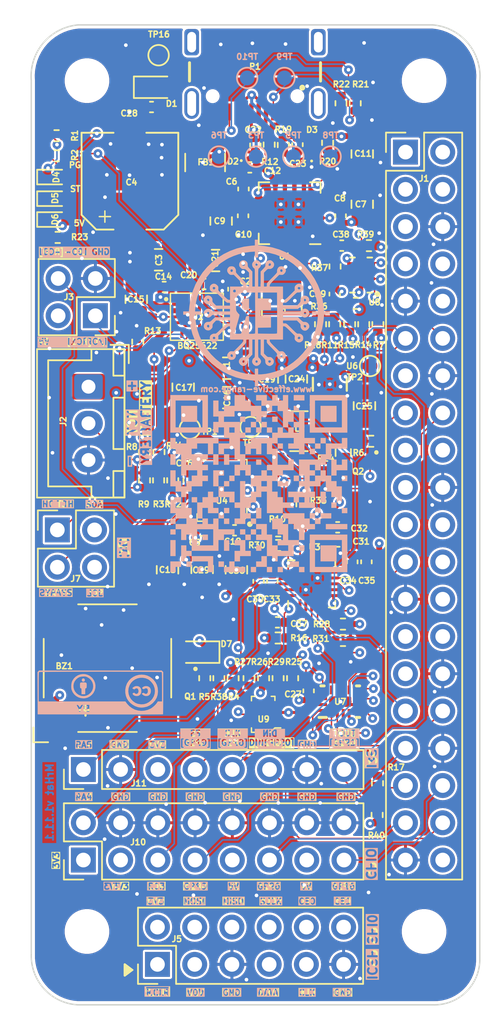
<source format=kicad_pcb>
(kicad_pcb (version 20240108) (generator "pcbnew") (generator_version "8.0")
  (title_block (title "Effective Range: MrHat") (date "2024-08-14") (rev "1.11.1") (company "Effective Range Kft.") (comment 1 "visit https://creativecommons.org/licenses/by/4.0/") (comment 2 "is licensed under CC BY 4.0. To view a copy of this license,") (comment 3 "License: MrHAT © 2024 by Ferenc Nandor Janky & Attila Gombos") (comment 4 "Design Engineer: Ferenc Janky"))
  (layers (0 "F.Cu" mixed) (1 "In1.Cu" power) (2 "In2.Cu" signal) (3 "In3.Cu" power) (4 "In4.Cu" power) (5 "In5.Cu" signal) (6 "In6.Cu" signal) (31 "B.Cu" signal) (34 "B.Paste" user) (35 "F.Paste" user) (36 "B.SilkS" user "B.Silkscreen") (37 "F.SilkS" user "F.Silkscreen") (38 "B.Mask" user) (39 "F.Mask" user) (44 "Edge.Cuts" user))
  (net 0 "")
  (net 1 "/Power/BAT")
  (net 2 "GND")
  (net 3 "/~{BQ256_INT}")
  (net 4 "VBUS")
  (net 5 "/Power/SW")
  (net 6 "/Power/BTST")
  (net 7 "/Power/REGN")
  (net 8 "+5V")
  (net 9 "/Power/PMID")
  (net 10 "+3.3V")
  (net 11 "/SDA")
  (net 12 "/SCL")
  (net 13 "/TXD")
  (net 14 "/RXD")
  (net 15 "/I2S_CLK")
  (net 18 "/I2S_FS")
  (net 19 "/I2S_DOUT")
  (net 20 "/I2S_DIN")
  (net 21 "/D+")
  (net 22 "/Power/~{PG}")
  (net 23 "/Power/STAT")
  (net 24 "/Power/TS_BIAS")
  (net 25 "/Power/ILIM")
  (net 26 "/~{BQ_QON}")
  (net 27 "/Power/L2")
  (net 29 "/FT260/~{RESET}")
  (net 30 "/FT260/VCCIO")
  (net 37 "/D-")
  (net 38 "/FT260/D_FT260-")
  (net 39 "/FT260/D_FT260+")
  (net 40 "/CC1")
  (net 41 "/CC2")
  (net 42 "/Power/~{PG}_LED")
  (net 43 "/Power/STAT_LED")
  (net 44 "/Peripheries/BUZZ_N")
  (net 45 "/Power/5VLED")
  (net 46 "/Peripheries/MIC_FS")
  (net 47 "/Peripheries/MIC_CLK")
  (net 48 "/Peripheries/Q_BASE")
  (net 49 "/~{RTC_IRQ}")
  (net 50 "/CHG_DISA")
  (net 51 "/Power/5VEN")
  (net 52 "/Power/5VPG")
  (net 53 "/Power/5VIN")
  (net 56 "PIC_~{MCRL}")
  (net 57 "PIC_ICSPCLK")
  (net 61 "/ChargeEnableLogic/RTC_VOUT")
  (net 62 "/~{MCLR}_PI")
  (net 63 "/PROG_EN")
  (net 64 "/PI_RUN")
  (net 65 "/ChargeEnableLogic/ICSP_~{OE}")
  (net 66 "/PIC_GPIO_RA4")
  (net 67 "/~{MCU_INT}")
  (net 68 "/PWR_LED_CTRL")
  (net 69 "/Power/PWR_LED_CAT")
  (net 70 "/Power/SYSLOAD")
  (net 71 "/i2c_isolator/SDA_PI")
  (net 72 "/i2c_isolator/SCL_PI")
  (net 73 "/i2c_isolator/SDA_PU")
  (net 74 "/i2c_isolator/SCL_PU")
  (net 75 "/~{I2C_SEL}")
  (net 76 "/Peripheries/MIC_DOUT")
  (net 77 "/ChargeEnableLogic/PIC_GPIO_RA5")
  (net 80 "PIC_ICSPDAT")
  (net 85 "/SPI_EXT.SCLK")
  (net 86 "/SPI_EXT.CE1")
  (net 87 "/SPI_EXT.MISO")
  (net 88 "/SPI_EXT.MOSI")
  (net 89 "/SPI_EXT.CE0")
  (net 90 "/ChargeEnableLogic/ICSP_EXT.VDD")
  (net 91 "/ChargeEnableLogic/ICSP_EXT.~{MCLR}")
  (net 92 "/ChargeEnableLogic/ICSP_EXT.DAT")
  (net 93 "/ChargeEnableLogic/ICSP_EXT.CLK")
  (net 94 "/PWM0")
  (net 95 "/PWM1")
  (net 96 "/GP26")
  (net 97 "/GP16")
  (net 98 "/PIC_RC3")
  (net 100 "/FT260/VCCIN")
  (net 101 "/ChargeEnableLogic/RTC_VBAT")
  (net 102 "/CE_PI")
  (net 103 "/NCT_TH_1")
  (net 104 "/NCT_TH_2")
  (footprint "Connector_PinHeader_2.54mm:PinHeader_1x08_P2.54mm_Vertical" (layer "F.Cu") (at 110.4646 109.1438 90)
    (property "Reference" "J11")
    (property "Value" "Conn_01x08")
  )
  (footprint "Capacitor_SMD:C_0402_1005Metric" (layer "F.Cu") (at 127.8382 93.599)
    (property "Reference" "C31")
    (property "Value" "1nF")
  )
  (footprint "Capacitor_SMD:C_0402_1005Metric" (layer "F.Cu") (at 128.0922 73.4314 180)
    (property "Reference" "C38")
    (property "Value" "56pF")
  )
  (footprint "Resistor_SMD:R_0402_1005Metric" (layer "F.Cu") (at 120.6754 102.9208 -90)
    (property "Reference" "R4")
    (property "Value" "1M")
  )
  (footprint "Resistor_SMD:R_0402_1005Metric" (layer "F.Cu") (at 128.1752 100.3486)
    (property "Reference" "R31")
    (property "Value" "1M")
  )
  (footprint "Capacitor_SMD:C_0805_2012Metric" (layer "F.Cu") (at 118.5672 95.504 -90)
    (property "Reference" "C29")
    (property "Value" "4.7uF")
  )
  (footprint "TestPoint:TestPoint_Pad_D1.0mm" (layer "F.Cu") (at 115.5954 60.452)
    (property "Reference" "TP16")
    (property "Value" "VBUS")
  )
  (footprint "Capacitor_SMD:C_0805_2012Metric" (layer "F.Cu") (at 129.4892 70.612 90)
    (property "Reference" "C7")
    (property "Value" "4.7uF")
  )
  (footprint "Resistor_SMD:R_0402_1005Metric" (layer "F.Cu") (at 128.1752 99.231 180)
    (property "Reference" "R28")
    (property "Value" "10k")
  )
  (footprint "Capacitor_SMD:C_0805_2012Metric" (layer "F.Cu") (at 117.2718 83.0834 -90)
    (property "Reference" "C17")
    (property "Value" "22uF")
  )
  (footprint "Resistor_SMD:R_0402_1005Metric" (layer "F.Cu") (at 129.5908 78.7908 -90)
    (property "Reference" "R14")
    (property "Value" "10k")
  )
  (footprint "Resistor_SMD:R_0402_1005Metric" (layer "F.Cu") (at 122.7582 102.9208 90)
    (property "Reference" "R26")
    (property "Value" "1M")
  )
  (footprint "Resistor_SMD:R_0402_1005Metric" (layer "F.Cu") (at 123.7488 102.9208 90)
    (property "Reference" "R29")
    (property "Value" "1M")
  )
  (footprint "Resistor_SMD:R_0402_1005Metric" (layer "F.Cu") (at 129.0574 77.3684 180)
    (property "Reference" "R36")
    (property "Value" "10k")
  )
  (footprint "Connector_PinHeader_2.54mm:PinHeader_2x02_P2.54mm_Vertical" (layer "F.Cu") (at 108.6866 92.8116)
    (property "Reference" "J7")
    (property "Value" "PWR_HDR")
  )
  (footprint "effectiveRangeHat:GSF7002DW" (layer "F.Cu") (at 122.6312 105.283 180)
    (property "Reference" "U9")
    (property "Value" "GSF7002DW")
  )
  (footprint "effectiveRangeHat:RX8130CE" (layer "F.Cu") (at 119.92049 90.1192 180)
    (property "Reference" "U4")
    (property "Value" "RX8130CE")
  )
  (footprint "Capacitor_SMD:C_0402_1005Metric" (layer "F.Cu") (at 128.8102 94.9892 90)
    (property "Reference" "C34")
    (property "Value" "1nF")
  )
  (footprint "Capacitor_SMD:C_0402_1005Metric" (layer "F.Cu") (at 120.777 92.837 180)
    (property "Reference" "C18")
    (property "Value" "100nF")
  )
  (footprint "Diode_SMD:D_0402_1005Metric" (layer "F.Cu") (at 126.0348 66.5734 90)
    (property "Reference" "D3")
    (property "Value" "ESD")
  )
  (footprint "Connector_PinHeader_2.54mm:PinHeader_2x08_P2.54mm_Vertical" (layer "F.Cu") (at 110.4646 115.316 90)
    (property "Reference" "J10")
    (property "Value" "Conn_02x08_Odd_Even")
  )
  (footprint "Capacitor_SMD:C_0402_1005Metric" (layer "F.Cu") (at 120.7008 76.4032 90)
    (property "Reference" "C2")
    (property "Value" "100nF")
  )
  (footprint "Capacitor_SMD:C_0402_1005Metric" (layer "F.Cu") (at 128.016 71.3994 90)
    (property "Reference" "C8")
    (property "Value" "100nF")
  )
  (footprint "Resistor_SMD:R_0402_1005Metric" (layer "F.Cu") (at 123.1392 66.548 -90)
    (property "Reference" "R12")
    (property "Value" "33")
  )
  (footprint "effectiveRangeHat:BQ25622" (layer "F.Cu") (at 118.2116 78.2828)
    (property "Reference" "U2")
    (property "Value" "BQ25622")
  )
  (footprint "Diode_SMD:D_0402_1005Metric" (layer "F.Cu") (at 121.2342 66.548 90)
    (property "Reference" "D2")
    (property "Value" "ESD")
  )
  (footprint "Inductor_SMD:L_1210_3225Metric" (layer "F.Cu") (at 125.1712 86.0806)
    (property "Reference" "L2")
    (property "Value" "1uH")
  )
  (footprint "Capacitor_SMD:C_0805_2012Metric" (layer "F.Cu") (at 115.5954 74.3966)
    (property "Reference" "C3")
    (property "Value" "22uF")
  )
  (footprint "Capacitor_SMD:C_0805_2012Metric" (layer "F.Cu") (at 114.0714 77.089 -90)
    (property "Reference" "C15")
    (property "Value" "4.7uF")
  )
  (footprint "Capacitor_SMD:C_0805_2012Metric" (layer "F.Cu") (at 129.4892 67.183 -90)
    (property "Reference" "C11")
    (property "Value" "4.7uF")
  )
  (footprint "Resistor_SMD:R_0402_1005Metric" (layer "F.Cu") (at 127.635 74.8538 90)
    (property "Reference" "R37")
    (property "Value" "10k")
  )
  (footprint "Connector_PinHeader_2.54mm:PinHeader_2x06_P2.54mm_Vertical" (layer "F.Cu") (at 115.5192 122.428 90)
    (property "Reference" "J5")
    (property "Value" "PeriHDR")
  )
  (footprint "Resistor_SMD:R_0402_1005Metric" (layer "F.Cu") (at 125.3744 91.059 -90)
    (property "Reference" "R33")
    (property "Value" "10k")
  )
  (footprint "Capacitor_SMD:C_0805_2012Metric" (layer "F.Cu") (at 119.4816 74.4474)
    (property "Reference" "C21")
    (property "Value" "22uF")
  )
  (footprint "Resistor_SMD:R_0402_1005Metric" (layer "F.Cu") (at 116.5606 89.4334 90)
    (property "Reference" "R32")
    (property "Value" "10k")
  )
  (footprint "Connector_PinHeader_2.54mm:PinHeader_2x02_P2.54mm_Vertical" (layer "F.Cu") (at 111.2824 78.2116 180)
    (property "Reference" "J3")
    (property "Value" "PWR_HDR")
  )
  (footprint "Capacitor_SMD:C_0805_2012Metric" (layer "F.Cu") (at 120.2436 81.788)
    (property "Reference" "C1")
    (property "Value" "22uF")
  )
  (footprint "TestPoint:TestPoint_Pad_D1.0mm" (layer "F.Cu") (at 121.8692 85.8012)
    (property "Reference" "TP4")
    (property "Value" "SYSLOAD")
  )
  (footprint "Resistor_SMD:R_0402_1005Metric" (layer "F.Cu") (at 124.7394 102.9208 90)
    (property "Reference" "R25")
    (property "Value" "1M")
  )
  (footprint "Diode_SMD:D_0603_1608Metric" (layer "F.Cu") (at 118.2624 101.1428 180)
    (property "Reference" "D7")
    (property "Value" "TS4148 RCG")
  )
  (footprint "Capacitor_SMD:C_0402_1005Metric" (layer "F.Cu") (at 121.3866 69.5706 90)
    (property "Reference" "C6")
    (property "Value" "100nF")
  )
  (footprint "Resistor_SMD:R_0402_1005Metric" (layer "F.Cu") (at 123.7234 100.1776)
    (property "Reference" "R16")
    (property "Value" "10k")
  )
  (footprint "Resistor_SMD:R_0402_1005Metric" (layer "F.Cu") (at 114.6302 87.503 -90)
    (property "Reference" "R8")
    (property "Value" "5k1")
  )
  (footprint "Capacitor_SMD:C_0805_2012Metric" (layer "F.Cu") (at 116.205 95.5294 -90)
    (property "Reference" "C13")
    (property "Value" "4.7uF")
  )
  (footprint "effectiveRangeHat:VQFN-20-1EP_3x3mm_P0.4mm_EP1.7x1.7mm" (layer "F.Cu") (at 126.0416 96.4878 90)
    (property "Reference" "U3")
    (property "Value" "PIC18F16Q20")
  )
  (footprint "effectiveRangeHat:QFN-16-1EP_4x4mm_P0.65mm_EP2.1x2.1mm_4ThermalVias" (layer "F.Cu") (at 124.5362 71.2216 180)
    (property "Reference" "U1")
    (property "Value" "FT230XQ")
  )
  (footprint "Capacitor_SMD:C_0402_1005Metric" (layer "F.Cu") (at 123.698 99.1108)
    (property "Reference" "C37")
    (property "Value" "100nF")
  )
  (footprint "Connector_JST:JST_XH_B3B-XH-A_1x03_P2.50mm_Vertical" (layer "F.Cu") (at 110.8118 83.0472 -90)
    (property "Reference" "J2")
    (property "Value" "BATT_CON")
  )
  (footprint "effectiveRangeHat:Raspberry_Pi_Zero_MountingHoles" (layer "F.Cu") (at 110.71 62.186)
    (property "Reference" "J1")
    (property "Value" "Raspberry_Pi_2_3")
    (fp_line (start -3.8 59.5) (end -3.8 0) (stroke (width 0.1)) (layer "Edge.Cuts"))
    (fp_line (start -0.6 -3.8) (end 23.6 -3.8) (stroke (width 0.1)) (layer "Edge.Cuts"))
    (fp_line (start -0.6 63) (end 23.6 63) (stroke (width 0.1)) (layer "Edge.Cuts"))
    (fp_line (start 26.8 0) (end 26.8 60) (stroke (width 0.1)) (layer "Edge.Cuts"))
    (fp_arc (start -3.8 0) (mid -2.987006 -2.562742) (end -0.6 -3.8) (stroke (width 0.1)) (layer "Edge.Cuts"))
    (fp_arc (start -0.6 63) (mid -2.924874 61.912742) (end -3.8 59.5) (stroke (width 0.1)) (layer "Edge.Cuts"))
    (fp_arc (start 23.6 -3.8) (mid 25.987006 -2.562742) (end 26.8 0) (stroke (width 0.1)) (layer "Edge.Cuts"))
    (fp_arc (start 26.8 60) (mid 25.82132 62.162742) (end 23.6 63) (stroke (width 0.1)) (layer "Edge.Cuts"))
  )
  (footprint "effectiveRangeHat:YJC0003A_TEX" (layer "F.Cu") (at 117.6782 102.9208 -90)
    (property "Reference" "Q1")
    (property "Value" "CSD13381F4")
  )
  (footprint "Resistor_SMD:R_0402_1005Metric" (layer "F.Cu") (at 124.1044 66.5734 -90)
    (property "Reference" "R19")
    (property "Value" "33")
  )
  (footprint "Capacitor_SMD:C_0402_1005Metric" (layer "F.Cu") (at 129.7754 94.9892 90)
    (property "Reference" "C35")
    (property "Value" "100nF")
  )
  (footprint "Resistor_SMD:R_0402_1005Metric" (layer "F.Cu") (at 108.6358 65.9384)
    (property "Reference" "R1")
    (property "Value" "10k")
  )
  (footprint "Capacitor_SMD:C_0805_2012Metric" (layer "F.Cu") (at 124.9934 82.5246 -90)
    (property "Reference" "C24")
    (property "Value" "22uF")
  )
  (footprint "Resistor_SMD:R_0603_1608Metric" (layer "F.Cu") (at 128.1938 87.5406 90)
    (property "Reference" "R24")
    (property "Value" "0")
  )
  (footprint "Resistor_SMD:R_0402_1005Metric" (layer "F.Cu") (at 108.6358 67.31)
    (property "Reference" "R2")
    (property "Value" "10k")
  )
  (footprint "Capacitor_SMD:C_0402_1005Metric" (layer "F.Cu") (at 118.59709 92.8624)
    (property "Reference" "C5")
    (property "Value" "100nF")
  )
  (footprint "Resistor_SMD:R_0402_1005Metric" (layer "F.Cu") (at 119.7102 102.9208 90)
    (property "Reference" "R38")
    (property "Value" "1M")
  )
  (footprint "Resistor_SMD:R_0402_1005Metric" (layer "F.Cu") (at 126.6444 78.7908 -90)
    (property "Reference" "R18")
    (property "Value" "1M")
  )
  (footprint "Resistor_SMD:R_0402_1005Metric" (layer "F.Cu") (at 130.5052 112.2426 -90)
    (property "Reference" "R40")
    (property "Value" "33")
  )
  (footprint "Capacitor_SMD:C_0402_1005Metric" (layer "F.Cu") (at 125.8316 103.7844 -90)
    (property "Reference" "C27")
    (property "Value" "100nF")
  )
  (footprint "Capacitor_SMD:C_0805_2012Metric" (layer "F.Cu") (at 120.904 95.5294 90)
    (property "Reference" "C36")
    (property "Value" "4.7uF")
  )
  (footprint "Resistor_SMD:R_0402_1005Metric" (layer "F.Cu") (at 130.556 78.7908 90)
    (property "Reference" "R7")
    (property "Value" "33")
  )
  (footprint "Capacitor_SMD:C_0402_1005Metric" (layer "F.Cu") (at 122.1994 66.5734 -90)
    (property "Reference" "C22")
    (property "Value" "56pF")
  )
  (footprint "Resistor_SMD:R_0402_1005Metric" (layer "F.Cu") (at 129.9464 73.4314 180)
    (property "Reference" "R39")
    (property "Value" "1M")
  )
  (footprint "Resistor_SMD:R_0402_1005Metric" (layer "F.Cu") (at 114.6302 89.4334 90)
    (property "Reference" "R9")
    (property "Value" "29k4")
  )
  (footprint "Resistor_SMD:R_0402_1005Metric" (layer "F.Cu") (at 121.7676 102.9208 90)
    (property "Reference" "R27")
    (property "Value" "1M")
  )
  (footprint "Resistor_SMD:R_0402_1005Metric" (layer "F.Cu") (at 123.7556 93.8716 180)
    (property "Reference" "R30")
    (property "Value" "1M")
  )
  (footprint "Capacitor_SMD:C_0805_2012Metric" (layer "F.Cu") (at 123.0122 82.5246 -90)
    (property "Reference" "C19")
    (property "Value" "22uF")
  )
  (footprint "Resistor_SMD:R_0402_1005Metric" (layer "F.Cu") (at 130.0988 86.7664 180)
    (property "Reference" "R6")
    (property "Value" "1M")
  )
  (footprint "Capacitor_SMD:C_0402_1005Metric" (layer "F.Cu") (at 118.6942 76.0476)
    (property "Reference" "C20")
    (property "Value" "100nF")
  )
  (footprint "Resistor_SMD:R_0402_1005Metric" (layer "F.Cu") (at 114.173 79.9846 90)
    (property "Reference" "R13")
    (property "Value" "1k69")
  )
  (footprint "Resistor_SMD:R_0402_1005Metric" (layer "F.Cu") (at 128.0414 63.7286 -90)
    (property "Reference" "R22")
    (property "Value" "5k1")
  )
  (footprint "Resistor_SMD:R_0402_1005Metric" (layer "F.Cu") (at 115.6208 87.503 -90)
    (property "Reference" "R34")
    (property "Value" "1k")
  )
  (footprint "effectiveRangeHat:LED_0603" (layer "F.Cu") (at 108.6104 70.231)
    (property "Reference" "D5")
    (property "Value" "GREEN")
  )
  (footprint "effectiveRangeHat:GCT_USB4105GFA120" (layer "F.Cu") (at 122.174 59.563 180)
    (property "Reference" "P1")
    (property "Value" "USB4105GFA120")
  )
  (footprint "Resistor_SMD:R_0402_1005Metric" (layer "F.Cu") (at 108.712 72.8726)
    (property "Reference" "R23")
    (property "Value" "10k")
  )
  (footprint "effectiveRangeHat:LED_0603" (layer "F.Cu") (at 108.6104 68.7578)
    (property "Reference" "D4")
    (property "Value" "BLUE")
  )
  (footprint "Capacitor_SMD:C_0805_2012Metric" (layer "F.Cu") (at 129.6416 84.3534 90)
    (property "Reference" "C25")
    (property "Value" "4.7uF")
  )
  (footprint "Inductor_SMD:L_1210_3225Metric" (layer "F.Cu") (at 118.7704 67.7672 -90)
    (property "Reference" "FB1")
    (property "Value" "FerriteBead")
  )
  (footprint "Capacitor_SMD:C_0805_2012Metric" (layer "F.Cu") (at 120.2436 83.7946)
    (property "Reference" "C16")
    (property "Value" "22uF")
  )
  (footprint "Resistor_SMD:R_0402_1005Metric" (layer "F.Cu") (at 130.5306 110.0836 -90)
    (property "Reference" "R17")
    (property "Value" "33")
  )
  (footprint "Capacitor_SMD:C_0402_1005Metric" (layer "F.Cu") (at 121.8184 68.0974 180)
    (property "Reference" "C12")
    (property "Value" "100nF")
  )
  (footprint "Capacitor_SMD:C_0402_1005Metric" (layer "F.Cu") (at 115.9764 76.2508)
    (property "Reference" "C14")
    (property "Value" "100nF")
  )
  (footprint "Capacitor_SMD:C_0402_1005Metric" (layer "F.Cu") (at 127.8128 92.6338)
    (property "Reference" "C32")
    (property "Value" "100nF")
  )
  (footprint "Resistor_SMD:R_0402_1005Metric" (layer "F.Cu") (at 127.127 66.421 -90)
    (property "Reference" "R20")
    (property "Value" "10k")
  )
  (footprint "effectiveRangeHat:YJC0003A_TEX" (layer "F.Cu") (at 130.0226 88.1634 -90)
    (property "Reference" "Q2")
    (property "Value" "CSD13381F4")
  )
  (footprint "Capacitor_SMD:C_0402_1005Metric" (layer "F.Cu") (at 122.4162 96.3168 -90)
    (property "Reference" "C30")
    (property "Value" "100nF")
  )
  (footprint "effectiveRangeHat:LED_0603" (layer "F.Cu") (at 108.6104 71.6534)
    (property "Reference" "D6")
    (property "Value" "BLUE")
  )
  (footprint "effectiveRangeHat:TDFN22-8LD-PL-1_MCH" (layer "F.Cu") (at 127.2794 82.8802 90)
    (property "Reference" "U6")
    (property "Value" "MIC2876-5.25YMT-TR")
  )
  (footprint "Resistor_SMD:R_0402_1005Metric" (layer "F.Cu") (at 123.7556 92.881 180)
    (property "Reference" "R10")
    (property "Value" "1M")
  )
  (footprint "effectiveRangeHat:MagneticBuzzer_CUI_CMT-8504-100-SMT" (layer "F.Cu") (at 112.1073 102.235 90)
    (property "Reference" "BZ1")
    (property "Value" "Buzzer")
  )
  (footprint "effectiveRangeHat:RSV0016A" (layer "F.Cu") (at 127.9906 104.5184 90)
    (property "Reference" "U7")
    (property "Value" "SN74CBTLV3257RSVR")
  )
  (footprint "Resistor_SMD:R_0402_1005Metric" (layer "F.Cu") (at 127.6096 78.7908 90)
    (property "Reference" "R11")
    (property "Value" "10k")
  )
  (footprint "effectiveRangeHat:CAP_EEHZC1J100P" (layer "F.Cu") (at 113.6396 69.0372 90)
    (property "Reference" "C4")
    (property "Value" "10uF")
  )
  (footprint "Capacitor_SMD:C_0805_2012Metric" (layer "F.Cu") (at 119.8626 71.755 -90)
    (property "Reference" "C9")
    (property "Value" "4.7uF")
  )
  (footprint "Capacitor_SMD:C_0402_1005Metric" (layer "F.Cu") (at 117.6528 89.4334 90)
    (property "Reference" "C26")
    (property "Value" "100nF")
  )
  (footprint "Capacitor_SMD:C_0402_1005Metric" (layer "F.Cu") (at 121.3612 71.3994 -90)
    (property "Reference" "C10")
    (property "Value" "100nF")
  )
  (footprint "TestPoint:TestPoint_Pad_D1.0mm" (layer "F.Cu") (at 130.0226 81.6356)
    (property "Reference" "TP2")
    (property "Value" "5V")
  )
  (footprint "Capacitor_SMD:C_0402_1005Metric" (layer "F.Cu") (at 115.1128 63.9826 180)
    (property "Reference" "C28")
    (property "Value" "100nF")
  )
  (footprint "Resistor_SMD:R_0402_1005Metric" (layer "F.Cu") (at 129.0066 63.7286 90)
    (property "Reference" "R21")
    (property "Value" "5k1")
  )
  (footprint "Inductor_SMD:L_1210_3225Metric" (layer "F.Cu") (at 124.0028 77.5716 -90)
    (property "Reference" "L1")
    (property "Value" "1uH")
  )
  (footprint "Capacitor_SMD:C_0402_1005Metric" (layer "F.Cu") (at 123.356 96.3168 90)
    (property "Reference" "C33")
    (property "Value" "1nF")
  )
  (footprint "effectiveRangeHat:IC_TS5A23157RSER" (layer "F.Cu") (at 129.413 75.438 180)
    (property "Reference" "U8")
    (property "Value" "TS5A23157RSER")
  )
  (footprint "Resistor_SMD:R_0402_1005Metric" (layer "F.Cu") (at 115.5954 89.4334 90)
    (property "Reference" "R3")
    (property "Value" "10k")
  )
  (footprint "Capacitor_SMD:C_0402_1005Metric" (layer "F.Cu") (at 125.0696 66.548 -90)
    (property "Reference" "C23")
    (property "Value" "56pF")
  )
  (footprint "Resistor_SMD:R_0402_1005Metric" (layer "F.Cu") (at 118.745 102.9208 90)
    (property "Reference" "R5")
    (property "Value" "33")
  )
  (footprint "Diode_SMD:D_0603_1608Metric" (layer "F.Cu") (at 115.3922 62.6364)
    (property "Reference" "D1")
    (property "Value" "PWR_ESD")
  )
  (footprint "Capacitor_SMD:C_0402_1005Metric" (layer "F.Cu") (at 127.6096 76.7334 90)
    (property "Reference" "C39")
    (property "Value" "100nF")
  )
  (footprint "TestPoint:TestPoint_Pad_D1.0mm" (layer "F.Cu") (at 117.729 85.9028 180)
    (property "Reference" "TP1")
    (property "Value" "GND")
  )
  (footprint "Resistor_SMD:R_0402_1005Metric" (layer "F.Cu") (at 128.6256 78.7908 90)
    (property "Reference" "R15")
    (property "Value" "10k")
  )
  (footprint "effectiveRangeHat:mrhat-url" (layer "B.Cu") (at 122.428 89.662 180)
    (property "Reference" "G***" (hide yes))
    (property "Value" "LOGO" (hide yes))
  )
  (footprint "TestPoint:TestPoint_Pad_D1.0mm" (layer "B.Cu") (at 124.1806 62.0014 180)
    (property "Reference" "TP9")
    (property "Value" "USB_CC1")
  )
  (footprint "effectiveRangeHat:erlogo" (layer "B.Cu") (at 122.2756 78.0288 180)
    (property "Reference" "G***" (hide yes))
    (property "Value" "LOGO" (hide yes))
  )
  (footprint "effectiveRangeHat:ccby" (layer "B.Cu") (at 111.633 103.886 180)
    (property "Reference" "G***" (hide yes))
    (property "Value" "LOGO" (hide yes))
  )
  (footprint "TestPoint:TestPoint_Pad_D1.0mm" (layer "B.Cu") (at 127.3302 67.3608 180)
    (property "Reference" "TP8")
    (property "Value" "USB_GND")
  )
  (footprint "TestPoint:TestPoint_Pad_D1.0mm" (layer "B.Cu") (at 121.6406 62.0014 180)
    (property "Reference" "TP10")
    (property "Value" "USB_CC2")
  )
  (footprint "TestPoint:TestPoint_Pad_D1.0mm" (layer "B.Cu") (at 122.2502 67.3608 180)
    (property "Reference" "TP3")
    (property "Value" "USB_D-")
  )
  (footprint "TestPoint:TestPoint_Pad_D1.0mm" (layer "B.Cu") (at 124.7902 67.3608 180)
    (property "Reference" "TP5")
    (property "Value" "USB_D+")
  )
  (footprint "TestPoint:TestPoint_Pad_D1.0mm" (layer "B.Cu") (at 119.7102 67.3608 180)
    (property "Reference" "TP6")
    (property "Value" "VBUS")
  )
  (gr_poly (pts (xy 113.284 123.19) (xy 113.284 122.428) (xy 113.792 122.809)) (stroke (width 0.15)) (fill solid) (layer "F.SilkS"))
  (gr_text "MrHat v1.11.1" (at 108.458 108.6612 90) (layer "B.Cu") (effects (font (size 0.5 0.5) (thickness 0.125) (bold yes)) (justify left bottom mirror)))
  (gr_text "DATA" (at 123.825 124.587 -0) (layer "B.SilkS" knockout) (effects (font (size 0.4 0.4) (thickness 0.1) (bold yes)) (justify left bottom mirror)))
  (gr_text "I^{2}C" (at 113.6396 93.2434 90) (layer "B.SilkS" knockout) (effects (font (size 0.6 0.6) (thickness 0.15) (bold yes)) (justify left bottom mirror)))
  (gr_text "RC3" (at 116.078 117.348 0) (layer "B.SilkS" knockout) (effects (font (size 0.4 0.4) (thickness 0.1) (bold yes)) (justify left bottom mirror)))
  (gr_text "3V3" (at 116.078 107.696 -0) (layer "B.SilkS" knockout) (effects (font (size 0.4 0.4) (thickness 0.1) (bold yes)) (justify left bottom mirror)))
  (gr_text "CLK" (at 126.365 124.587 -0) (layer "B.SilkS" knockout) (effects (font (size 0.4 0.4) (thickness 0.1) (bold yes)) (justify left bottom mirror)))
  (gr_text "RA4" (at 111.125 111.252 -0) (layer "B.SilkS" knockout) (effects (font (size 0.4 0.4) (thickness 0.1) (bold yes)) (justify left bottom mirror)))
  (gr_text "GP13" (at 118.999 117.348 0) (layer "B.SilkS" knockout) (effects (font (size 0.4 0.4) (thickness 0.1) (bold yes)) (justify left bottom mirror)))
  (gr_text "GND" (at 116.205 111.252 -0) (layer "B.SilkS" knockout) (effects (font (size 0.4 0.4) (thickness 0.1) (bold yes)) (justify left bottom mirror)))
  (gr_text "GND" (at 129.032 111.252 -0) (layer "B.SilkS" knockout) (effects (font (size 0.4 0.4) (thickness 0.1) (bold yes)) (justify left bottom mirror)))
  (gr_text "BATTERY" (at 115.0874 84.5058 90) (layer "B.SilkS" knockout) (effects (font (size 0.6 0.6) (thickness 0.15) (bold yes)) (justify left bottom mirror)))
  (gr_text "GPIO" (at 129.7178 116.7384 -90) (layer "B.SilkS" knockout) (effects (font (size 0.6 0.6) (thickness 0.15) (bold yes)) (justify left bottom mirror)))
  (gr_text "+" (at 113.4618 83.4644 -90) (layer "B.SilkS" knockout) (effects (font (size 0.6 0.6) (thickness 0.15) (bold yes)) (justify left bottom mirror)))
  (gr_text " GND " (at 125.73 107.696 -0) (layer "B.SilkS" knockout) (effects (font (size 0.4 0.4) (thickness 0.1) (bold yes)) (justify bottom mirror)))
  (gr_text "-" (at 113.3348 88.5952 -90) (layer "B.SilkS" knockout) (effects (font (size 0.6 0.6) (thickness 0.15) (bold yes)) (justify left bottom mirror)))
  (gr_text "VDD" (at 118.745 124.587 -0) (layer "B.SilkS" knockout) (effects (font (size 0.4 0.4) (thickness 0.1) (bold yes)) (justify left bottom mirror)))
  (gr_text "CE0" (at 126.365 118.364 0) (layer "B.SilkS" knockout) (effects (font (size 0.4 0.4) (thickness 0.1) (bold yes)) (justify left bottom mirror)))
  (gr_text "SPI0" (at 129.794 121.158 270) (layer "B.SilkS" knockout) (effects (font (size 0.6 0.6) (thickness 0.15) (bold yes)) (justify left bottom mirror)))
  (gr_text "ICSP" (at 129.794 123.571 270) (layer "B.SilkS" knockout) (effects (font (size 0.6 0.6) (thickness 0.15) (bold yes)) (justify left bottom mirror)))
  (gr_text "GND" (at 113.665 111.252 -0) (layer "B.SilkS" knockout) (effects (font (size 0.4 0.4) (thickness 0.1) (bold yes)) (justify left bottom mirror)))
  (gr_text "SDA" (at 111.8616 91.313 -0) (layer "B.SilkS" knockout) (effects (font (size 0.4 0.4) (thickness 0.1) (bold yes)) (justify left bottom mirror)))
  (gr_text "RA5" (at 111.125 107.696 -0) (layer "B.SilkS" knockout) (effects (font (size 0.4 0.4) (thickness 0.1) (bold yes)) (justify left bottom mirror)))
  (gr_text "GND" (at 121.285 111.252 -0) (layer "B.SilkS" knockout) (effects (font (size 0.4 0.4) (thickness 0.1) (bold yes)) (justify left bottom mirror)))
  (gr_text "DIN\n[GP20]" (at 123.19 107.569 -0) (layer "B.SilkS" knockout) (effects (font (size 0.4 0.4) (thickness 0.1) (bold yes)) (justify bottom mirror)))
  (gr_text "5V" (at 126.111 117.348 -0) (layer "B.SilkS" knockout) (effects (font (size 0.4 0.4) (thickness 0.1) (bold yes)) (justify left bottom mirror)))
  (gr_text "5V" (at 121.158 117.348 -0) (layer "B.SilkS" knockout) (effects (font (size 0.4 0.4) (thickness 0.1) (bold yes)) (justify left bottom mirror)))
  (gr_text "GND" (at 128.778 124.587 -0) (layer "B.SilkS" knockout) (effects (font (size 0.4 0.4) (thickness 0.1) (bold yes)) (justify left bottom mirror)))
  (gr_text "GND" (at 113.538 107.696 -0) (layer "B.SilkS" knockout) (effects (font (size 0.4 0.4) (thickness 0.1) (bold yes)) (justify left bottom mirror)))
  (gr_text "3V3" (at 115.951 118.364 -0) (layer "B.SilkS" knockout) (effects (font (size 0.4 0.4) (thickness 0.1) (bold yes)) (justify left bottom mirror)))
  (gr_text "GND" (at 118.745 111.252 -0) (layer "B.SilkS" knockout) (effects (font (size 0.4 0.4) (thickness 0.1) (bold yes)) (justify left bottom mirror)))
  (gr_text "3V3" (at 113.03 117.348 -0) (layer "B.SilkS" knockout) (effects (font (size 0.4 0.4) (thickness 0.1) (bold yes)) (justify left bottom mirror)))
  (gr_text "I^{2}S" (at 129.7178 109.1438 270) (layer "B.SilkS" knockout) (effects (font (size 0.6 0.6) (thickness 0.15) (bold yes)) (justify left bottom mirror)))
  (gr_text "MISO" (at 121.539 118.364 0) (layer "B.SilkS" knockout) (effects (font (size 0.4 0.4) (thickness 0.1) (bold yes)) (justify left bottom mirror)))
  (gr_text "GND" (at 123.825 111.252 -0) (layer "B.SilkS" knockout) (effects (font (size 0.4 0.4) (thickness 0.1) (bold yes)) (justify left bottom mirror)))
  (gr_text "www.effective-range.com" (at 126.111 83.439 0) (layer "B.SilkS") (effects (font (size 0.4 0.4) (thickness 0.1) (bold yes)) (justify left bottom mirror)))
  (gr_text "I/O[RC1]    5V    " (at 112.141 80.2132 0) (layer "B.SilkS" knockout) (effects (font (size 0.4 0.4) (thickness 0.1) (bold yes)) (justify left bottom mirror)))
  (gr_text "~{MCLR}" (at 116.332 124.587 -0) (layer "B.SilkS" knockout) (effects (font (size 0.4 0.4) (thickness 0.1) (bold yes)) (justify left bottom mirror)))
  (gr_text "BYPASS" (at 109.7788 97.3328 -0) (layer "B.SilkS" knockout) (effects (font (size 0.4 0.4) (thickness 0.1) (bold yes)) (justify left bottom mirror)))
  (gr_text "CE1" (at 128.778 118.364 0) (layer "B.SilkS" knockout) (effects (font (size 0.4 0.4) (thickness 0.1) (bold yes)) (justify left bottom mirror)))
  (gr_text "FS\n[GP19]" (at 118.11 107.569 -0) (layer "B.SilkS" knockout) (effects (font (size 0.4 0.4) (thickness 0.1) (bold yes)) (justify bottom mirror)))
  (gr_text "GP16" (at 129.032 117.348 0) (layer "B.SilkS" knockout) (effects (font (size 0.4 0.4) (thickness 0.1) (bold yes)) (justify left bottom mirror)))
  (gr_text "DOUT\n[GP21]" (at 128.27 107.569 -0) (layer "B.SilkS" knockout) (effects (font (size 0.4 0.4) (thickness 0.1) (bold yes)) (justify bottom mirror)))
  (gr_text "GND" (at 126.365 111.252 -0) (layer "B.SilkS" knockout) (effects (font (size 0.4 0.4) (thickness 0.1) (bold yes)) (justify left bottom mirror)))
  (gr_text "GP26" (at 123.952 117.348 0) (layer "B.SilkS" knockout) (effects (font (size 0.4 0.4) (thickness 0.1) (bold yes)) (justify left bottom mirror)))
  (gr_text "NCT" (at 114.173 84.5058 90) (layer "B.SilkS" knockout) (effects (font (size 0.6 0.6) (thickness 0.15) (bold yes)) (justify left bottom mirror)))
  (gr_text "NCT TH" (at 109.855 91.2876 -0) (layer "B.SilkS" knockout) (effects (font (size 0.4 0.4) (thickness 0.1) (bold yes)) (justify left bottom mirror)))
  (gr_text "SCL" (at 111.887 97.3582 -0) (layer "B.SilkS" knockout) (effects (font (size 0.4 0.4) (thickness 0.1) (bold yes)) (justify left bottom mirror)))
  (gr_text "SCLK" (at 124.079 118.364 0) (layer "B.SilkS" knockout) (effects (font (size 0.4 0.4) (thickness 0.1) (bold yes)) (justify left bottom mirror)))
  (gr_text "MOSI" (at 118.872 118.364 0) (layer "B.SilkS" knockout) (effects (font (size 0.4 0.4) (thickness 0.1) (bold yes)) (justify left bottom mirror)))
  (gr_text "GND" (at 121.285 124.587 -0) (layer "B.SilkS" knockout) (effects (font (size 0.4 0.4) (thickness 0.1) (bold yes)) (justify left bottom mirror)))
  (gr_text "CLK\n[GP18]" (at 120.65 107.569 -0) (layer "B.SilkS" knockout) (effects (font (size 0.4 0.4) (thickness 0.1) (bold yes)) (justify bottom mirror)))
  (gr_text "GND LED-[RC0]" (at 112.3188 74.0918 0) (layer "B.SilkS" knockout) (effects (font (size 0.4 0.4) (thickness 0.1) (bold yes)) (justify left bottom mirror)))
  (gr_text "GP16" (at 127.381 117.348 0) (layer "F.SilkS" knockout) (effects (font (size 0.4 0.4) (thickness 0.1) (bold yes)) (justify left bottom)))
  (gr_text "PG" (at 109.4232 68.1736 0) (layer "F.SilkS") (effects (font (size 0.4 0.4) (thickness 0.1) (bold yes)) (justify left bottom)))
  (gr_text "SCL" (at 110.617 97.3582 0) (layer "F.SilkS" knockout) (effects (font (size 0.4 0.4) (thickness 0.1) (bold yes)) (justify left bottom)))
  (gr_text "3V3" (at 114.808 118.364 0) (layer "F.SilkS" knockout) (effects (font (size 0.4 0.4) (thickness 0.1) (bold yes)) (justify left bottom)))
  (gr_text "SPI0" (at 130.556 121.158 -270) (layer "F.SilkS" knockout) (effects (font (size 0.6 0.6) (thickness 0.15) (bold yes)) (justify left bottom)))
  (gr_text "ST" (at 109.4994 69.7992 0) (layer "F.SilkS") (effects (font (size 0.4 0.4) (thickness 0.1) (bold yes)) (justify left bottom)))
  (gr_text "5V    I/O[RC1]" (at 107.3658 80.2132 0) (layer "F.SilkS" knockout) (effects (font (size 0.4 0.4) (thickness 0.1) (bold yes)) (justify left bottom)))
  (gr_text "RC3" (at 114.808 117.348 0) (layer "F.SilkS" knockout) (effects (font (size 0.4 0.4) (thickness 0.1) (bold yes)) (justify left bottom)))
  (gr_text "+" (at 114.0968 83.4644 90) (layer "F.SilkS" knockout) (effects (font (size 0.6 0.6) (thickness 0.15) (bold yes)) (justify left bottom)))
  (gr_text "5V" (at 109.7534 72.136 0) (layer "F.SilkS") (effects (font (size 0.4 0.4) (thickness 0.1) (bold yes)) (justify left bottom)))
  (gr_text "RA5" (at 109.855 107.696 0) (layer "F.SilkS" knockout) (effects (font (size 0.4 0.4) (thickness 0.1) (bold yes)) (justify left bottom)))
  (gr_text "FS\n[GP19]" (at 118.11 107.5436 0) (layer "F.SilkS" knockout) (effects (font (size 0.4 0.4) (thickness 0.1) (bold yes)) (justify bottom)))
  (gr_text "DIN[GP20]" (at 123.317 107.5436 0) (layer "F.SilkS" knockout) (effects (font (size 0.4 0.4) (thickness 0.1) (bold yes)) (justify bottom)))
  (gr_text "GND" (at 119.888 124.587 0) (layer "F.SilkS" knockout) (effects (font (size 0.4 0.4) (thickness 0.1) (bold yes)) (justify left bottom)))
  (gr_text " GND " (at 125.73 107.6706 0) (layer "F.SilkS" knockout) (effects (font (size 0.4 0.4) (thickness 0.1) (bold yes)) (justify bottom)))
  (gr_text " GND " (at 120.65 111.252 0) (layer "F.SilkS" knockout) (effects (font (size 0.4 0.4) (thickness 0.1) (bold yes)) (justify bottom)))
  (gr_text "CLK" (at 125.095 124.587 0) (layer "F.SilkS" knockout) (effects (font (size 0.4 0.4) (thickness 0.1) (bold yes)) (justify left bottom)))
  (gr_text "GND" (at 127.508 124.587 0) (layer "F.SilkS" knockout) (effects (font (size 0.4 0.4) (thickness 0.1) (bold yes)) (justify left bottom)))
  (gr_text "GP26" (at 122.2756 117.348 0) (layer "F.SilkS" knockout) (effects (font (size 0.4 0.4) (thickness 0.1) (bold yes)) (justify left bottom)))
  (gr_text "GP13" (at 117.221 117.348 0) (layer "F.SilkS" knockout) (effects (font (size 0.4 0.4) (thickness 0.1) (bold yes)) (justify left bottom)))
  (gr_text "MISO" (at 119.888 118.364 0) (layer "F.SilkS" knockout) (effects (font (size 0.4 0.4) (thickness 0.1) (bold yes)) (justify left bottom)))
  (gr_text "BYPASS" (at 107.3912 97.3328 0) (layer "F.SilkS" knockout) (effects (font (size 0.4 0.4) (thickness 0.1) (bold yes)) (justify left bottom)))
  (gr_text "DATA" (at 122.301 124.587 0) (layer "F.SilkS" knockout) (effects (font (size 0.4 0.4) (thickness 0.1) (bold yes)) (justify left bottom)))
  (gr_text "-" (at 113.9444 88.5952 90) (layer "F.SilkS" knockout) (effects (font (size 0.6 0.6) (thickness 0.15) (bold yes)) (justify left bottom)))
  (gr_text "I^{2}S" (at 130.5306 109.1536 -270) (layer "F.SilkS" knockout) (effects (font (size 0.6 0.6) (thickness 0.15) (bold yes)) (justify left bottom)))
  (gr_text " GND " (at 125.73 111.252 0) (layer "F.SilkS" knockout) (effects (font (size 0.4 0.4) (thickness 0.1) (bold yes)) (justify bottom)))
  (gr_text "DOUT\n[GP21]" (at 128.27 107.5436 0) (layer "F.SilkS" knockout) (effects (font (size 0.4 0.4) (thickness 0.1) (bold yes)) (justify bottom)))
  (gr_text "3V3" (at 108.839 115.951 90) (layer "F.SilkS" knockout) (effects (font (size 0.4 0.4) (thickness 0.1) (bold yes)) (justify left bottom)))
  (gr_text " GND " (at 128.397 111.252 0) (layer "F.SilkS" knockout) (effects (font (size 0.4 0.4) (thickness 0.1) (bold yes)) (justify bottom)))
  (gr_text "VDD" (at 117.475 124.587 -0) (layer "F.SilkS" knockout) (effects (font (size 0.4 0.4) (thickness 0.1) (bold yes)) (justify left bottom)))
  (gr_text "5V" (at 120.269 117.348 0) (layer "F.SilkS" knockout) (effects (font (size 0.4 0.4) (thickness 0.1) (bold yes)) (justify left bottom)))
  (gr_text "CE1" (at 127.508 118.364 0) (layer "F.SilkS" knockout) (effects (font (size 0.4 0.4) (thickness 0.1) (bold yes)) (justify left bottom)))
  (gr_text "5V" (at 125.222 117.348 0) (layer "F.SilkS" knockout) (effects (font (size 0.4 0.4) (thickness 0.1) (bold yes)) (justify left bottom)))
  (gr_text " GND " (at 115.57 111.252 0) (layer "F.SilkS" knockout) (effects (font (size 0.4 0.4) (thickness 0.1) (bold yes)) (justify bottom)))
  (gr_text " GND " (at 118.11 111.252 0) (layer "F.SilkS" knockout) (effects (font (size 0.4 0.4) (thickness 0.1) (bold yes)) (justify bottom)))
  (gr_text "~{MCLR}" (at 114.681 124.587 0) (layer "F.SilkS" knockout) (effects (font (size 0.4 0.4) (thickness 0.1) (bold yes)) (justify left bottom)))
  (gr_text "MOSI" (at 117.221 118.364 0) (layer "F.SilkS" knockout) (effects (font (size 0.4 0.4) (thickness 0.1) (bold yes)) (justify left bottom)))
  (gr_text "CE0" (at 125.095 118.364 0) (layer "F.SilkS" knockout) (effects (font (size 0.4 0.4) (thickness 0.1) (bold yes)) (justify left bottom)))
  (gr_text " GND " (at 113.03 111.252 0) (layer "F.SilkS" knockout) (effects (font (size 0.4 0.4) (thickness 0.1) (bold yes)) (justify bottom)))
  (gr_text "CLK\n[GP18]" (at 120.65 107.5436 0) (layer "F.SilkS" knockout) (effects (font (size 0.4 0.4) (thickness 0.1) (bold yes)) (justify bottom)))
  (gr_text "GPIO" (at 130.4798 116.7384 90) (layer "F.SilkS" knockout) (effects (font (size 0.6 0.6) (thickness 0.15) (bold yes)) (justify left bottom)))
  (gr_text "LED-[RC0] GND" (at 107.3658 74.0918 0) (layer "F.SilkS" knockout) (effects (font (size 0.4 0.4) (thickness 0.1) (bold yes)) (justify left bottom)))
  (gr_text "SDA" (at 110.5662 91.313 0) (layer "F.SilkS" knockout) (effects (font (size 0.4 0.4) (thickness 0.1) (bold yes)) (justify left bottom)))
  (gr_text "BATTERY" (at 115.0874 86.487 90) (layer "F.SilkS" knockout) (effects (font (size 0.6 0.6) (thickness 0.15) (bold yes)) (justify left bottom)))
  (gr_text " GND " (at 123.19 111.252 0) (layer "F.SilkS" knockout) (effects (font (size 0.4 0.4) (thickness 0.1) (bold yes)) (justify bottom)))
  (gr_text "NCT" (at 114.173 86.487 90) (layer "F.SilkS" knockout) (effects (font (size 0.6 0.6) (thickness 0.15) (bold yes)) (justify left bottom)))
  (gr_text "3V3" (at 112.395 117.348 0) (layer "F.SilkS" knockout) (effects (font (size 0.4 0.4) (thickness 0.1) (bold yes)) (justify left bottom)))
  (gr_text "3V3" (at 114.935 107.696 0) (layer "F.SilkS" knockout) (effects (font (size 0.4 0.4) (thickness 0.0875) (bold yes)) (justify left bottom)))
  (gr_text "NCT TH" (at 107.5944 91.2876 0) (layer "F.SilkS" knockout) (effects (font (size 0.4 0.4) (thickness 0.1) (bold yes)) (justify left bottom)))
  (gr_text "ICSP" (at 130.556 123.571 -270) (layer "F.SilkS" knockout) (effects (font (size 0.6 0.6) (thickness 0.15) (bold yes)) (justify left bottom)))
  (gr_text "I^{2}C" (at 113.6396 94.8182 90) (layer "F.SilkS" knockout) (effects (font (size 0.6 0.6) (thickness 0.15) (bold yes)) (justify left bottom)))
  (gr_text "SCLK" (at 122.428 118.364 0) (layer "F.SilkS" knockout) (effects (font (size 0.4 0.4) (thickness 0.1) (bold yes)) (justify left bottom)))
  (gr_text "GND" (at 112.268 107.6706 0) (layer "F.SilkS" knockout) (effects (font (size 0.4 0.4) (thickness 0.1) (bold yes)) (justify left bottom)))
  (gr_text "RA4" (at 109.855 111.252 0) (layer "F.SilkS" knockout) (effects (font (size 0.4 0.4) (thickness 0.1) (bold yes)) (justify left bottom)))
  (segment (start 115.6208 84.074) (end 115.5954 84.0486) (width 0.4) (layer "F.Cu") (net 1))
  (segment (start 115.6208 86.993) (end 115.6208 84.5566) (width 0.4) (layer "F.Cu") (net 1))
  (segment (start 115.6208 84.5566) (end 115.6208 84.074) (width 0.4) (layer "F.Cu") (net 1))
  (via (at 117.6782 81.28) (size 0.6) (drill 0.25) (layers "F.Cu" "B.Cu") (net 1))
  (via (at 114.1222 83.5406) (size 0.6) (drill 0.25) (layers "F.Cu" "B.Cu") (net 1))
  (via (at 112.6998 83.4644) (size 0.6) (drill 0.25) (layers "F.Cu" "B.Cu") (net 1))
  (segment (start 118.92049 89.4192) (end 119.5974 89.4192) (width 0.4) (layer "F.Cu") (net 2))
  (segment (start 119.5974 89.4192) (end 119.6086 89.408) (width 0.4) (layer "F.Cu") (net 2))
  (segment (start 118.92049 89.4192) (end 118.3244 89.4192) (width 0.4) (layer "F.Cu") (net 2))
  (segment (start 125.6416 96.0878) (end 126.0416 96.4878) (width 0.2) (layer "F.Cu") (net 2))
  (segment (start 118.3244 89.4192) (end 118.3132 89.408) (width 0.4) (layer "F.Cu") (net 2))
  (segment (start 124.5916 96.0878) (end 125.6416 96.0878) (width 0.2) (layer "F.Cu") (net 2))
  (via (at 134.353287 73.342179) (size 0.6) (drill 0.25) (layers "F.Cu" "B.Cu") (net 2))
  (via (at 125.9332 77.343) (size 0.6) (drill 0.25) (layers "F.Cu" "B.Cu") (net 2))
  (via (at 125.1204 84.3788) (size 0.6) (drill 0.25) (layers "F.Cu" "B.Cu") (net 2))
  (via (at 119.888 90.043) (size 0.6) (drill 0.25) (layers "F.Cu" "B.Cu") (net 2))
  (via (at 126.619 111.4218) (size 0.6) (drill 0.25) (layers "F.Cu" "B.Cu") (net 2))
  (via (at 126.110745 72.796238) (size 0.6) (drill 0.25) (layers "F.Cu" "B.Cu") (net 2))
  (via (at 128.0033 94.3991) (size 0.6) (drill 0.25) (layers "F.Cu" "B.Cu") (net 2))
  (via (at 120.3706 83.7946) (size 0.6) (drill 0.25) (layers "F.Cu" "B.Cu") (net 2))
  (via (at 120.7008 98.9076) (size 0.6) (drill 0.25) (layers "F.Cu" "B.Cu") (net 2))
  (via (at 121.9962 59.6392) (size 0.6) (drill 0.25) (layers "F.Cu" "B.Cu") (net 2))
  (via (at 123.0122 82.55) (size 0.6) (drill 0.25) (layers "F.Cu" "B.Cu") (net 2))
  (via (at 121.1326 82.7786) (size 0.6) (drill 0.25) (layers "F.Cu" "B.Cu") (net 2))
  (via (at 119.939153 76.505153) (size 0.6) (drill 0.25) (layers "F.Cu" "B.Cu") (net 2))
  (via (at 116.8654 86.3346) (size 0.6) (drill 0.25) (layers "F.Cu" "B.Cu") (net 2))
  (via (at 125.9078 80.1624) (size 0.6) (drill 0.25) (layers "F.Cu" "B.Cu") (net 2))
  (via (at 111.7092 99.2886) (size 0.6) (drill 0.25) (layers "F.Cu" "B.Cu") (net 2))
  (via (at 111.9378 70.1294) (size 0.6) (drill 0.25) (layers "F.Cu" "B.Cu") (net 2))
  (via (at 130.789744 83.459256) (size 0.6) (drill 0.25) (layers "F.Cu" "B.Cu") (net 2))
  (via (at 121.0564 72.6948) (size 0.6) (drill 0.25) (layers "F.Cu" "B.Cu") (net 2))
  (via (at 121.9962 89.1794) (size 0.6) (drill 0.25) (layers "F.Cu" "B.Cu") (net 2))
  (via (at 113.792 102.235) (size 0.6) (drill 0.25) (layers "F.Cu" "B.Cu") (net 2))
  (via (at 109.22 107.696) (size 0.6) (drill 0.25) (layers "F.Cu" "B.Cu") (net 2))
  (via (at 131.4624 98.433) (size 0.6) (drill 0.25) (layers "F.Cu" "B.Cu") (net 2))
  (via (at 125.9078 76.2762) (size 0.6) (drill 0.25) (layers "F.Cu" "B.Cu") (net 2))
  (via (at 129.110246 111.427754) (size 0.6) (drill 0.25) (layers "F.Cu" "B.Cu") (net 2))
  (via (at 118.618 67.7672) (size 0.6) (drill 0.25) (layers "F.Cu" "B.Cu") (net 2))
  (via (at 117.8052 91.8972) (size 0.6) (drill 0.25) (layers "F.Cu" "B.Cu") (net 2))
  (via (at 113.6142 86.4362) (size 0.6) (drill 0.25) (layers "F.Cu" "B.Cu") (net 2))
  (via (at 113.6396 74.5236) (size 0.6) (drill 0.25) (layers "F.Cu" "B.Cu") (net 2))
  (via (at 117.971922 117.713926) (size 0.6) (drill 0.25) (layers "F.Cu" "B.Cu") (net 2))
  (via (at 128.8542 81.026) (size 0.6) (drill 0.25) (layers "F.Cu" "B.Cu") (net 2))
  (via (at 114.916561 66.5226) (size 0.6) (drill 0.25) (layers "F.Cu" "B.Cu") (net 2))
  (via (at 123.444 94.8436) (size 0.6) (drill 0.25) (layers "F.Cu" "B.Cu") (net 2))
  (via (at 125.5268 117.0178) (size 0.6) (drill 0.25) (layers "F.Cu" "B.Cu") (net 2))
  (via (at 115.824 66.548) (size 0.6) (drill 0.25) (layers "F.Cu" "B.Cu") (net 2))
  (via (at 121.5898 123.4694) (size 0.6) (drill 0.25) (layers "F.Cu" "B.Cu") (net 2))
  (via (at 112.672446 91.729389) (size 0.6) (drill 0.25) (layers "F.Cu" "B.Cu") (net 2))
  (via (at 126.0348 68.072) (size 0.6) (drill 0.25) (layers "F.Cu" "B.Cu") (net 2))
  (via (at 115.7986 67.437) (size 0.6) (drill 0.25) (layers "F.Cu" "B.Cu") (net 2))
  (via (at 129.921 117.5258) (size 0.6) (drill 0.25) (layers "F.Cu" "B.Cu") (net 2))
  (via (at 123.063 101.219) (size 0.6) (drill 0.25) (layers "F.Cu" "B.Cu") (net 2))
  (via (at 118.5672 95.504) (size 0.6) (drill 0.25) (layers "F.Cu" "B.Cu") (net 2))
  (via (at 130.645258 72.581165) (size 0.6) (drill 0.25) (layers "F.Cu" "B.Cu") (net 2))
  (via (at 121.1326 111.3028) (size 0.6) (drill 0.25) (layers "F.Cu" "B.Cu") (net 2))
  (via (at 119.867744 88.920256) (size 0.6) (drill 0.25) (layers "F.Cu" "B.Cu") (net 2))
  (via (at 114.0968 78.8924) (size 0.6) (drill 0.25) (layers "F.Cu" "B.Cu") (net 2))
  (via (at 112.141 89.281) (size 0.6) (drill 0.25) (layers "F.Cu" "B.Cu") (net 2))
  (via (at 112.141 106.299) (size 0.6) (drill 0.25) (layers "F.Cu" "B.Cu") (net 2))
  (via (at 119.729 96.52) (size 0.6) (drill 0.25) (layers "F.Cu" "B.Cu") (net 2))
  (via (at 120.5738 87.1982) (size 0.6) (drill 0.25) (layers "F.Cu" "B.Cu") (net 2))
  (via (at 113.2078 98.2726) (size 0.6) (drill 0.25) (layers "F.Cu" "B.Cu") (net 2))
  (via (at 115.4938 102.87) (size 0.6) (drill 0.25) (layers "F.Cu" "B.Cu") (net 2))
  (via (at 113.6396 73.914) (size 0.6) (drill 0.25) (layers "F.Cu" "B.Cu") (net 2))
  (via (at 108.3564 87.5538) (size 0.6) (drill 0.25) (layers "F.Cu" "B.Cu") (net 2))
  (via (at 121.3612 74.0156) (size 0.6) (drill 0.25) (layers "F.Cu" "B.Cu") (net 2))
  (via (at 121.3612 75.2348) (size 0.6) (drill 0.25) (layers "F.Cu" "B.Cu") (net 2))
  (via (at 113.5888 64.3382) (size 0.6) (drill 0.25) (layers "F.Cu" "B.Cu") (net 2))
  (via (at 118.7704 111.4044) (size 0.6) (drill 0.25) (layers "F.Cu" "B.Cu") (net 2))
  (via (at 119.888 91.694) (size 0.6) (drill 0.25) (layers "F.Cu" "B.Cu") (net 2))
  (via (at 116.1114 111.506) (size 0.6) (drill 0.25) (layers "F.Cu" "B.Cu") (net 2))
  (via (at 108.1532 80.4418) (size 0.6) (drill 0.25) (layers "F.Cu" "B.Cu") (net 2))
  (via (at 110.363 74.295) (size 0.6) (drill 0.25) (layers "F.Cu" "B.Cu") (net 2))
  (via (at 118.6942 62.6872) (size 0.6) (drill 0.25) (layers "F.Cu" "B.Cu") (net 2))
  (via (at 128.27 69.85) (size 0.6) (drill 0.25) (layers "F.Cu" "B.Cu") (net 2))
  (via (at 126.6952 110.109) (size 0.6) (drill 0.25) (layers "F.Cu" "B.Cu") (net 2))
  (via (at 125.2474 74.9554) (size 0.6) (drill 0.25) (layers "F.Cu" "B.Cu") (net 2))
  (via (at 123.474544 87.8551) (size 0.6) (drill 0.25) (layers "F.Cu" "B.Cu") (net 2))
  (via (at 119.8372 59.7154) (size 0.6) (drill 0.25) (layers "F.Cu" "B.Cu") (net 2))
  (via (at 130.8354 77.4804) (size 0.6) (drill 0.25) (layers "F.Cu" "B.Cu") (net 2))
  (via (at 108.1278 83.7946) (size 0.6) (drill 0.25) (layers "F.Cu" "B.Cu") (net 2))
  (via (at 128.4732 83.6676) (size 0.6) (drill 0.25) (layers "F.Cu" "B.Cu") (net 2))
  (via (at 117.2972 84.9884) (size 0.6) (drill 0.25) (layers "F.Cu" "B.Cu") (net 2))
  (via (at 134.2644 91.1098) (size 0.6) (drill 0.25) (layers "F.Cu" "B.Cu") (net 2))
  (via (at 128.7018 101.8032) (size 0.6) (drill 0.25) (layers "F.Cu" "B.Cu") (net 2))
  (via (at 115.824 68.6054) (size 0.6) (drill 0.25) (layers "F.Cu" "B.Cu") (net 2))
  (via (at 121.1072 84.9376) (size 0.6) (drill 0.25) (layers "F.Cu" "B.Cu") (net 2))
  (via (at 134.239 83.5406) (size 0.6) (drill 0.25) (layers "F.Cu" "B.Cu") (net 2))
  (via (at 122.2756 117.729) (size 0.6) (drill 0.25) (layers "F.Cu" "B.Cu") (net 2))
  (via (at 113.5888 85.4964) (size 0.6) (drill 0.25) (layers "F.Cu" "B.Cu") (net 2))
  (via (at 113.00341 78.00459) (size 0.6) (drill 0.25) (layers "F.Cu" "B.Cu") (net 2))
  (via (at 119.7422 94.5896) (size 0.6) (drill 0.25) (layers "F.Cu" "B.Cu") (net 2))
  (via (at 131.318 116.3066) (size 0.6) (drill 0.25) (layers "F.Cu" "B.Cu") (net 2))
  (via (at 134.43 108.9406) (size 0.6) (drill 0.25) (layers "F.Cu" "B.Cu") (net 2))
  (via (at 118.5672 97.409) (size 0.6) (drill 0.25) (layers "F.Cu" "B.Cu") (net 2))
  (via (at 121.3612 74.6252) (size 0.6) (drill 0.25) (layers "F.Cu" "B.Cu") (net 2))
  (via (at 117.348 96.52) (size 0.6) (drill 0.25) (layers "F.Cu" "B.Cu") (net 2))
  (via (at 113.3602 59.7662) (size 0.6) (drill 0.25) (layers "F.Cu" "B.Cu") (net 2))
  (via (at 128.016 104.521) (size 0.6) (drill 0.25) (layers "F.Cu" "B.Cu") (net 2))
  (via (at 113.6142 68.6308) (size 0.6) (drill 0.25) (layers "F.Cu" "B.Cu") (net 2))
  (via (at 123.7646 111.4218) (size 0.6) (drill 0.25) (layers "F.Cu" "B.Cu") (net 2))
  (via (at 112.1156 110.2614) (size 0.6) (drill 0.25) (layers "F.Cu" "B.Cu") (net 2))
  (via (at 118.8466 78.1558) (size 0.6) (drill 0.25) (layers "F.Cu" "B.Cu") (net 2))
  (via (at 118.3386 65.2272) (size 0.6) (drill 0.25) (layers "F.Cu" "B.Cu") (net 2))
  (via (at 118.247654 105.700054) (size 0.6) (drill 0.25) (layers "F.Cu" "B.Cu") (net 2))
  (via (at 125.1712 82.55) (size 0.6) (drill 0.25) (layers "F.Cu" "B.Cu") (net 2))
  (via (at 126.970025 90.018186) (size 0.6) (drill 0.25) (layers "F.Cu" "B.Cu") (net 2))
  (via (at 130.0226 90.8812) (size 0.6) (drill 0.25) (layers "F.Cu" "B.Cu") (net 2))
  (via (at 128.011054 83.04279) (size 0.6) (drill 0.25) (layers "F.Cu" "B.Cu") (net 2))
  (via (at 112.7252 79.2988) (size 0.6) (drill 0.25) (layers "F.Cu" "B.Cu") (net 2))
  (via (at 119.9735 75.868691) (size 0.6) (drill 0.25) (layers "F.Cu" "B.Cu") (net 2))
  (via (at 130.1496 64.8716) (size 0.6) (drill 0.25) (layers "F.Cu" "B.Cu") (net 2))
  (via (at 124.2568 59.69) (size 0.6) (drill 0.25) (layers "F.Cu" "B.Cu") (net 2))
  (via (at 111.125 72.517) (size 0.6) (drill 0.25) (layers "F.Cu" "B.Cu") (net 2))
  (via (at 108.966 101.346) (size 0.6) (drill 0.25) (layers "F.Cu" "B.Cu") (net 2))
  (via (at 129.3368 123.3932) (size 0.6) (drill 0.25) (layers "F.Cu" "B.Cu") (net 2))
  (via (at 120.5484 105.791) (size 0.6) (drill 0.25) (layers "F.Cu" "B.Cu") (net 2))
  (via (at 126.5428 101.9048) (size 0.6) (drill 0.25) (layers "F.Cu" "B.Cu") (net 2))
  (via (at 112.3188 66.4972) (size 0.6) (drill 0.25) (layers "F.Cu" "B.Cu") (net 2))
  (via (at 118.618 72.7202) (size 0.6) (drill 0.25) (layers "F.Cu" "B.Cu") (net 2))
  (via (at 128.1938 89.2636) (size 0.6) (drill 0.25) (layers "F.Cu" "B.Cu") (net 2))
  (via (at 111.9124 113.8936) (size 0.6) (drill 0.25) (layers "F.Cu" "B.Cu") (net 2))
  (via (at 134.2136 75.9714) (size 0.6) (drill 0.25) (layers "F.Cu" "B.Cu") (net 2))
  (via (at 120.396 81.788) (size 0.6) (drill 0.25) (layers "F.Cu" "B.Cu") (net 2))
  (via (at 118.3436 83.9978) (size 0.6) (drill 0.25) (layers "F.Cu" "B.Cu") (net 2))
  (via (at 129.6162 59.6138) (size 0.6) (drill 0.25) (layers "F.Cu" "B.Cu") (net 2))
  (via (at 112.1156 96.6724) (size 0.6) (drill 0.25) (layers "F.Cu" "B.Cu") (net 2))
  (via (at 124.714 91.0844) (size 0.6) (drill 0.25) (layers "F.Cu" "B.Cu") (net 2))
  (via (at 123.0376 84.3788) (size 0.6) (drill 0.25) (layers "F.Cu" "B.Cu") (net 2))
  (via (at 112.0648 68.6054) (size 0.6) (drill 0.25) (layers "F.Cu" "B.Cu") (net 2))
  (via (at 110.617 98.171) (size 0.6) (drill 0.25) (layers "F.Cu" "B.Cu") (net 2))
  (via (at 125.73 62.5602) (size 0.6) (drill 0.25) (layers "F.Cu" "B.Cu") (net 2))
  (via (at 114.1222 117.6274) (size 0.6) (drill 0.25) (layers "F.Cu" "B.Cu") (net 2))
  (via (at 130.7084 70.0024) (size 0.6) (drill 0.25) (layers "F.Cu" "B.Cu") (net 2))
  (via (at 111.3536 80.7212) (size 0.6) (drill 0.25) (layers "F.Cu" "B.Cu") (net 2))
  (via (at 120.9548 80.7212) (size 0.6) (drill 0.25) (layers "F.Cu" "B.Cu") (net 2))
  (via (at 130.2258 62.3062) (size 0.6) (drill 0.25) (layers "F.Cu" "B.Cu") (net 2))
  (via (at 113.4364 77.089) (size 0.6) (drill 0.25) (layers "F.Cu" "B.Cu") (net 2))
  (via (at 127.4826 65.0748) (size 0.6) (drill 0.25) (layers "F.Cu" "B.Cu") (net 2))
  (via (at 126.530451 82.909006) (size 0.6) (drill 0.25) (layers "F.Cu" "B.Cu") (net 2))
  (via (at 130.7338 67.7672) (size 0.6) (drill 0.25) (layers "F.Cu" "B.Cu") (net 2))
  (via (at 127.7874 68.199) (size 0.6) (drill 0.25) (layers "F.Cu" "B.Cu") (net 2))
  (via (at 111.9632 102.8954) (size 0.6) (drill 0.25) (layers "F.Cu" "B.Cu") (net 2))
  (via (at 120.904 95.5294) (size 0.6) (drill 0.25) (layers "F.Cu" "B.Cu") (net 2))
  (via (at 124.2568 74.8792) (size 0.6) (drill 0.25) (layers "F.Cu" "B.Cu") (net 2))
  (via (at 114.935 96.52) (size 0.6) (drill 0.25) (layers "F.Cu" "B.Cu") (net 2))
  (via (at 134.43 103.8352) (size 0.6) (drill 0.25) (layers "F.Cu" "B.Cu") (net 2))
  (segment (start 130.175 80.5942) (end 129.5908 80.01) (width 0.1) (layer "F.Cu") (net 3))
  (segment (start 121.2602 78.6898) (end 119.6116 78.6898) (width 0.1) (layer "F.Cu") (net 3))
  (segment (start 129.5908 80.01) (end 129.5908 79.3008) (width 0.1) (layer "F.Cu") (net 3))
  (segment (start 127.4916 97.7165) (end 127.4916 97.2878) (width 0.1) (layer "F.Cu") (net 3))
  (segment (start 132.44 79.756) (end 131.6018 80.5942) (width 0.1) (layer "F.Cu") (net 3))
  (segment (start 121.539 78.9686) (end 121.2602 78.6898) (width 0.1) (layer "F.Cu") (net 3))
  (segment (start 131.6018 80.5942) (end 130.175 80.5942) (width 0.1) (layer "F.Cu") (net 3))
  (segment (start 127.5905 97.8154) (end 127.4916 97.7165) (width 0.1) (layer "F.Cu") (net 3))
  (via (at 121.539 78.9686) (size 0.6) (drill 0.25) (layers "F.Cu" "B.Cu") (net 3))
  (via (at 127.5905 97.8154) (size 0.6) (drill 0.25) (layers "F.Cu" "B.Cu") (net 3))
  (segment (start 129.7178 79.5528) (end 130.2258 79.0448) (width 0.1) (layer "B.Cu") (net 3))
  (segment (start 121.539 78.9686) (end 121.5136 78.9686) (width 0.1) (layer "B.Cu") (net 3))
  (segment (start 129.7178 85.4202) (end 129.7178 79.5528) (width 0.1) (layer "B.Cu") (net 3))
  (segment (start 127.5905 95.519007) (end 129.0066 94.102907) (width 0.1) (layer "B.Cu") (net 3))
  (segment (start 129.0066 94.102907) (end 129.0066 88.1888) (width 0.1) (layer "B.Cu") (net 3))
  (segment (start 131.7288 79.0448) (end 132.44 79.756) (width 0.1) (layer "B.Cu") (net 3))
  (segment (start 125.104582 85.4202) (end 126.238 85.4202) (width 0.1) (layer "B.Cu") (net 3))
  (segment (start 129.7178 87.4776) (end 129.7178 85.4202) (width 0.1) (layer "B.Cu") (net 3))
  (segment (start 126.238 85.4202) (end 129.0066 88.1888) (width 0.1) (layer "B.Cu") (net 3))
  (segment (start 129.0066 88.1888) (end 129.7178 87.4776) (width 0.1) (layer "B.Cu") (net 3))
  (segment (start 130.2258 79.0448) (end 131.7288 79.0448) (width 0.1) (layer "B.Cu") (net 3))
  (segment (start 121.539 78.9686) (end 121.539 81.854618) (width 0.1) (layer "B.Cu") (net 3))
  (segment (start 127.5905 97.8154) (end 127.5905 95.519007) (width 0.1) (layer "B.Cu") (net 3))
  (segment (start 121.539 81.854618) (end 125.104582 85.4202) (width 0.1) (layer "B.Cu") (net 3))
  (segment (start 115.951 62.4077) (end 116.1797 62.6364) (width 0.4) (layer "F.Cu") (net 4))
  (segment (start 115.5954 60.452) (end 115.951 60.8076) (width 0.4) (layer "F.Cu") (net 4))
  (segment (start 115.951 60.8076) (end 115.951 62.4077) (width 0.4) (layer "F.Cu") (net 4))
  (via (at 119.7356 67.0306) (size 0.6) (drill 0.25) (layers "F.Cu" "B.Cu") (net 4))
  (segment (start 119.7102 67.056) (end 119.7356 67.0306) (width 0.4) (layer "B.Cu") (net 4))
  (segment (start 119.7102 67.3608) (end 119.7102 67.056) (width 0.4) (layer "B.Cu") (net 4))
  (segment (start 115.7224 76.9366) (end 115.7224 76.4768) (width 0.4) (layer "F.Cu") (net 5))
  (segment (start 115.7224 76.4768) (end 115.4964 76.2508) (width 0.4) (layer "F.Cu") (net 5))
  (via (at 118.116148 78.323714) (size 0.6) (drill 0.25) (layers "F.Cu" "B.Cu") (net 5))
  (via (at 117.58 78.14) (size 0.6) (drill 0.25) (layers "F.Cu" "B.Cu") (net 5))
  (via (at 117.708925 78.688563) (size 0.6) (drill 0.25) (layers "F.Cu" "B.Cu") (net 5))
  (via (at 124.8918 77.1906) (size 0.6) (drill 0.25) (layers "F.Cu" "B.Cu") (net 5))
  (via (at 124.0536 77.1906) (size 0.6) (drill 0.25) (layers "F.Cu" "B.Cu") (net 5))
  (via (at 115.7224 76.9366) (size 0.6) (drill 0.25) (layers "F.Cu" "B.Cu") (net 5))
  (via (at 123.2154 77.204358) (size 0.6) (drill 0.25) (layers "F.Cu" "B.Cu") (net 5))
  (segment (start 117.1861 77.4328) (end 117.1861 77.1557) (width 0.2) (layer "F.Cu") (net 6))
  (segment (start 129.084924 81.6356) (end 130.0226 81.6356) (width 0.4) (layer "F.Cu") (net 8))
  (segment (start 109.0422 72.0852) (end 109.355553 71.771847) (width 0.4) (layer "F.Cu") (net 8))
  (segment (start 119.0499 101.0159) (end 119.0499 101.1428) (width 0.4) (layer "F.Cu") (net 8))
  (segment (start 109.3604 70.231) (end 109.3604 71.6534) (width 0.4) (layer "F.Cu") (net 8))
  (segment (start 128.349538 82.224837) (end 128.029401 81.9047) (width 0.4) (layer "F.Cu") (net 8))
  (segment (start 109.355553 71.771847) (end 109.355553 71.6534) (width 0.4) (layer "F.Cu") (net 8))
  (segment (start 126.8416 94.1156) (end 127.3582 93.599) (width 0.2) (layer "F.Cu") (net 8))
  (segment (start 109.4112 70.1802) (end 109.4112 68.7578) (width 0.4) (layer "F.Cu") (net 8))
  (segment (start 108.8517 104.0765) (end 108.6073 104.3209) (width 0.4) (layer "F.Cu") (net 8))
  (segment (start 128.349538 82.370986) (end 128.349538 82.224837) (width 0.4) (layer "F.Cu") (net 8))
  (segment (start 118.3894 100.3554) (end 119.0499 101.0159) (width 0.4) (layer "F.Cu") (net 8))
  (segment (start 128.349538 82.370986) (end 129.084924 81.6356) (width 0.4) (layer "F.Cu") (net 8))
  (segment (start 127.4318 92.5348) (end 127.3328 92.6338) (width 0.4) (layer "F.Cu") (net 8))
  (segment (start 109.3604 70.231) (end 109.4112 70.1802) (width 0.4) (layer "F.Cu") (net 8))
  (segment (start 127.3582 93.599) (end 127.3582 92.6592) (width 0.2) (layer "F.Cu") (net 8))
  (segment (start 127.3582 92.6592) (end 127.3328 92.6338) (width 0.2) (layer "F.Cu") (net 8))
  (segment (start 127.4318 91.44) (end 127.4318 92.5348) (width 0.4) (layer "F.Cu") (net 8))
  (segment (start 127.9398 90.932) (end 127.4318 91.44) (width 0.4) (layer "F.Cu") (net 8))
  (segment (start 108.6073 104.3209) (end 108.6073 105.735) (width 0.4) (layer "F.Cu") (net 8))
  (segment (start 126.8416 95.0378) (end 126.8416 94.1156) (width 0.2) (layer "F.Cu") (net 8))
  (via (at 127.9398 90.932) (size 0.6) (drill 0.25) (layers "F.Cu" "B.Cu") (net 8))
  (via (at 128.349538 82.370986) (size 0.6) (drill 0.25) (layers "F.Cu" "B.Cu") (net 8))
  (via (at 118.3894 100.3554) (size 0.6) (drill 0.25) (layers "F.Cu" "B.Cu") (net 8))
  (via (at 124.0028 81.788) (size 0.6) (drill 0.25) (layers "F.Cu" "B.Cu") (net 8))
  (via (at 126.0856 81.7372) (size 0.6) (drill 0.25) (layers "F.Cu" "B.Cu") (net 8))
  (via (at 108.8517 104.0765) (size 0.6) (drill 0.25) (layers "F.Cu" "B.Cu") (net 8))
  (via (at 126.1618 81.1276) (size 0.6) (drill 0.25) (layers "F.Cu" "B.Cu") (net 8))
  (via (at 124.0028 81.2292) (size 0.6) (drill 0.25) (layers "F.Cu" "B.Cu") (net 8))
  (via (at 109.0422 72.0852) (size 0.6) (drill 0.25) (layers "F.Cu" "B.Cu") (net 8))
  (segment (start 119.5984 93.726) (end 120.6754 93.726) (width 0.4) (layer "F.Cu") (net 10))
  (segment (start 120.6754 102.0318) (end 120.4976 101.854) (width 0.4) (layer "F.Cu") (net 10))
  (segment (start 127.9592 75.688) (end 127.635 75.3638) (width 0.4) (layer "F.Cu") (net 10))
  (segment (start 129.6416 78.23) (end 129.5908 78.2808) (width 0.4) (layer "F.Cu") (net 10))
  (segment (start 129.161 78.2808) (end 129.5674 77.8744) (width 0.4) (layer "F.Cu") (net 10))
  (segment (start 129.5908 78.0796) (end 129.5908 78.2808) (width 0.4) (layer "F.Cu") (net 10))
  (segment (start 127.4916 95.6878) (end 127.6754 95.504) (width 0.2) (layer "F.Cu") (net 10))
  (segment (start 116.5606 89.9434) (end 117.6228 89.9434) (width 0.4) (layer "F.Cu") (net 10))
  (segment (start 122.0988 96.4794) (end 122.4162 96.7968) (width 0.4) (layer "F.Cu") (net 10))
  (segment (start 120.1674 97.3328) (end 120.904 96.5962) (width 0.4) (layer "F.Cu") (net 10))
  (segment (start 125.6766 104.4194) (end 125.1712 104.4194) (width 0.4) (layer "F.Cu") (net 10))
  (segment (start 129.286 77.7748) (end 129.5908 78.0796) (width 0.4) (layer "F.Cu") (net 10))
  (segment (start 125.4252 101.3206) (end 124.7394 102.0064) (width 0.4) (layer "F.Cu") (net 10))
  (segment (start 128.6256 78.2808) (end 129.161 78.2808) (width 0.4) (layer "F.Cu") (net 10))
  (segment (start 118.5672 94.7572) (end 119.5984 93.726) (width 0.4) (layer "F.Cu") (net 10))
  (segment (start 122.809 100.1776) (end 123.2134 100.1776) (width 0.4) (layer "F.Cu") (net 10))
  (segment (start 128.7754 95.504) (end 128.8102 95.4692) (width 0.2) (layer "F.Cu") (net 10))
  (segment (start 130.6488 93.726) (end 130.6488 95.0048) (width 0.4) (layer "F.Cu") (net 10))
  (segment (start 117.8586 90.1192) (end 118.92049 90.1192) (width 0.4) (layer "F.Cu") (net 10))
  (segment (start 123.665 96.4878) (end 124.5916 96.4878) (width 0.2) (layer "F.Cu") (net 10))
  (segment (start 120.6754 102.4108) (end 120.6754 102.0318) (width 0.4) (layer "F.Cu") (net 10))
  (segment (start 123.356 96.7968) (end 123.665 96.4878) (width 0.2) (layer "F.Cu") (net 10))
  (segment (start 117.6228 89.9434) (end 117.6528 89.9134) (width 0.4) (layer "F.Cu") (net 10))
  (segment (start 121.257 93.1444) (end 121.257 92.837) (width 0.4) (layer "F.Cu") (net 10))
  (segment (start 125.8856 104.3184) (end 126.7906 104.3184) (width 0.2) (layer "F.Cu") (net 10))
  (segment (start 116.5606 89.9434) (end 116.5606 90.6272) (width 0.4) (layer "F.Cu") (net 10))
  (segment (start 130.1844 95.4692) (end 129.7754 95.4692) (width 0.4) (layer "F.Cu") (net 10))
  (segment (start 120.6754 93.726) (end 121.257 93.1444) (width 0.4) (layer "F.Cu") (net 10))
  (segment (start 127.6754 95.504) (end 128.7754 95.504) (width 0.2) (layer "F.Cu") (net 10))
  (segment (start 127.913731 76.557531) (end 127.6096 76.2534) (width 0.4) (layer "F.Cu") (net 10))
  (segment (start 117.6528 89.9134) (end 117.8586 90.1192) (width 0.4) (layer "F.Cu") (net 10))
  (segment (start 127.635 76.228) (end 127.6096 76.2534) (width 0.4) (layer "F.Cu") (net 10))
  (segment (start 130.4564 73.4314) (end 130.6669 73.4314) (width 0.4) (layer "F.Cu") (net 10))
  (segment (start 117.4852 94.839507) (end 117.567507 94.7572) (width 0.4) (layer "F.Cu") (net 10))
  (segment (start 128.738 75.688) (end 127.9592 75.688) (width 0.4) (layer "F.Cu") (net 10))
  (segment (start 120.904 96.4794) (end 122.0988 96.4794) (width 0.4) (layer "F.Cu") (net 10))
  (segment (start 121.257 92.00571) (end 120.92049 91.6692) (width 0.4) (layer "F.Cu") (net 10))
  (segment (start 122.4162 96.7968) (end 123.356 96.7968) (width 0.4) (layer "F.Cu") (net 10))
  (segment (start 129.318239 99.231) (end 128.6852 99.231) (width 0.4) (layer "F.Cu") (net 10))
  (segment (start 128.6256 78.2808) (end 129.5908 78.2808) (width 0.4) (layer "F.Cu") (net 10))
  (segment (start 125.8316 104.2644) (end 125.6766 104.4194) (width 0.4) (layer "F.Cu") (net 10))
  (segment (start 121.257 92.837) (end 121.257 92.00571) (width 0.4) (layer "F.Cu") (net 10))
  (segment (start 128.089279 76.557531) (end 127.913731 76.557531) (width 0.4) (layer "F.Cu") (net 10))
  (segment (start 130.6669 73.4314) (end 130.7685 73.533) (width 0.4) (layer "F.Cu") (net 10))
  (segment (start 117.567507 94.7572) (end 118.5672 94.7572) (width 0.4) (layer "F.Cu") (net 10))
  (segment (start 124.7394 102.0064) (end 124.7394 102.4108) (width 0.4) (layer "F.Cu") (net 10))
  (segment (start 129.5674 77.8744) (end 129.5674 77.3684) (width 0.4) (layer "F.Cu") (net 10))
  (segment (start 125.8316 104.2644) (end 125.8856 104.3184) (width 0.2) (layer "F.Cu") (net 10))
  (segment (start 127.635 75.3638) (end 127.635 76.228) (width 0.4) (layer "F.Cu") (net 10))
  (segment (start 116.5606 90.6272) (end 116.5352 90.6526) (width 0.4) (layer "F.Cu") (net 10))
  (segment (start 120.904 96.5962) (end 120.904 96.4794) (width 0.4) (layer "F.Cu") (net 10))
  (segment (start 130.6488 95.0048) (end 130.1844 95.4692) (width 0.4) (layer "F.Cu") (net 10))
  (segment (start 128.8102 95.4692) (end 129.7754 95.4692) (width 0.4) (layer "F.Cu") (net 10))
  (via (at 130.6488 93.726) (size 0.6) (drill 0.25) (layers "F.Cu" "B.Cu") (net 10))
  (via (at 120.4976 101.854) (size 0.6) (drill 0.25) (layers "F.Cu" "B.Cu") (net 10))
  (via (at 122.809 100.1776) (size 0.6) (drill 0.25) (layers "F.Cu" "B.Cu") (net 10))
  (via (at 120.1674 97.3328) (size 0.6) (drill 0.25) (layers "F.Cu" "B.Cu") (net 10))
  (via (at 117.4852 94.839507) (size 0.6) (drill 0.25) (layers "F.Cu" "B.Cu") (net 10))
  (via (at 129.286 77.7748) (size 0.6) (drill 0.25) (layers "F.Cu" "B.Cu") (net 10))
  (via (at 129.318239 99.231) (size 0.6) (drill 0.25) (layers "F.Cu" "B.Cu") (net 10))
  (via (at 125.1712 104.4194) (size 0.6) (drill 0.25) (layers "F.Cu" "B.Cu") (net 10))
  (via (at 116.5352 90.6526) (size 0.6) (drill 0.25) (layers "F.Cu" "B.Cu") (net 10))
  (via (at 128.089279 76.557531) (size 0.6) (drill 0.25) (layers "F.Cu" "B.Cu") (net 10))
  (via (at 130.7685 73.533) (size 0.6) (drill 0.25) (layers "F.Cu" "B.Cu") (net 10))
  (via (at 125.4252 101.3206) (size 0.6) (drill 0.25) (layers "F.Cu" "B.Cu") (net 10))
  (segment (start 121.315774 78.2898) (end 119.6116 78.2898) (width 0.1) (layer "F.Cu") (net 11))
  (segment (start 121.666 90.1192) (end 120.92049 90.1192) (width 0.1) (layer "F.Cu") (net 11))
  (segment (start 122.047 77.558574) (end 121.315774 78.2898) (width 0.1) (layer "F.Cu") (net 11))
  (segment (start 128.156215 96.0882) (end 127.492 96.0882) (width 0.1) (layer "F.Cu") (net 11))
  (segment (start 128.304865 96.23685) (end 128.156215 96.0882) (width 0.1) (layer "F.Cu") (net 11))
  (segment (start 128.4478 74.3978) (end 128.738 74.688) (width 0.1) (layer "F.Cu") (net 11))
  (segment (start 127.492 96.0882) (end 127.4916 96.0878) (width 0.1) (layer "F.Cu") (net 11))
  (segment (start 122.047 74.803) (end 122.047 77.558574) (width 0.1) (layer "F.Cu") (net 11))
  (segment (start 122.555 74.295) (end 122.047 74.803) (width 0.1) (layer "F.Cu") (net 11))
  (segment (start 128.4478 74.295) (end 128.4478 74.3978) (width 0.1) (layer "F.Cu") (net 11))
  (segment (start 111.2978 92.832) (end 111.638 92.832) (width 0.1) (layer "F.Cu") (net 11))
  (via (at 128.304865 96.23685) (size 0.6) (drill 0.25) (layers "F.Cu" "B.Cu") (net 11))
  (via (at 122.555 74.295) (size 0.6) (drill 0.25) (layers "F.Cu" "B.Cu") (net 11))
  (via (at 121.666 90.1192) (size 0.6) (drill 0.25) (layers "F.Cu" "B.Cu") (net 11))
  (via (at 128.4478 74.295) (size 0.6) (drill 0.25) (layers "F.Cu" "B.Cu") (net 11))
  (segment (start 119.6116 77.8898) (end 120.744982 77.8898) (width 0.1) (layer "F.Cu") (net 12))
  (segment (start 128.362844 96.931226) (end 127.919418 96.4878) (width 0.1) (layer "F.Cu") (net 12))
  (segment (start 121.6438 90.8192) (end 120.92049 90.8192) (width 0.1) (layer "F.Cu") (net 12))
  (segment (start 128.591 96.931226) (end 128.362844 96.931226) (width 0.1) (layer "F.Cu") (net 12))
  (segment (start 120.744982 77.8898) (end 121.4882 77.146582) (width 0.1) (layer "F.Cu") (net 12))
  (segment (start 121.4882 77.146582) (end 121.4882 76.581) (width 0.1) (layer "F.Cu") (net 12))
  (segment (start 127.919418 96.4878) (end 127.4916 96.4878) (width 0.1) (layer "F.Cu") (net 12))
  (segment (start 122.0542 91.2296) (end 121.6438 90.8192) (width 0.1) (layer "F.Cu") (net 12))
  (via (at 128.591 96.931226) (size 0.6) (drill 0.25) (layers "F.Cu" "B.Cu") (net 12))
  (via (at 122.0542 91.2296) (size 0.6) (drill 0.25) (layers "F.Cu" "B.Cu") (net 12))
  (via (at 121.4882 76.581) (size 0.6) (drill 0.25) (layers "F.Cu" "B.Cu") (net 12))
  (via (at 129.26586 76.620877) (size 0.6) (drill 0.25) (layers "F.Cu" "B.Cu") (net 12))
  (segment (start 126.238 74.6506) (end 125.7554 74.6506) (width 0.1) (layer "F.Cu") (net 13))
  (segment (start 124.8612 73.7564) (end 124.8612 73.1716) (width 0.1) (layer "F.Cu") (net 13))
  (segment (start 125.7554 74.6506) (end 124.8612 73.7564) (width 0.1) (layer "F.Cu") (net 13))
  (via (at 126.238 74.6506) (size 0.6) (drill 0.25) (layers "F.Cu" "B.Cu") (net 13))
  (segment (start 127.270483 71.5466) (end 127.270983 71.5471) (width 0.1) (layer "F.Cu") (net 14))
  (segment (start 126.4862 71.5466) (end 127.270483 71.5466) (width 0.1) (layer "F.Cu") (net 14))
  (via (at 127.270983 71.5471) (size 0.6) (drill 0.25) (layers "F.Cu" "B.Cu") (net 14))
  (segment (start 127.270983 71.5471) (end 127.480741 71.5471) (width 0.1) (layer "B.Cu") (net 14))
  (segment (start 130.556 78.2808) (end 130.5912 78.316) (width 0.1) (layer "F.Cu") (net 15))
  (segment (start 130.5912 78.316) (end 133.54 78.316) (width 0.1) (layer "F.Cu") (net 15))
  (segment (start 133.54 78.316) (end 134.98 79.756) (width 0.1) (layer "F.Cu") (net 15))
  (segment (start 132.2876 110.3884) (end 132.44 110.236) (width 0.1) (layer "F.Cu") (net 18))
  (segment (start 130.5306 110.5936) (end 130.7358 110.3884) (width 0.1) (layer "F.Cu") (net 18))
  (segment (start 130.7358 110.3884) (end 132.2876 110.3884) (width 0.1) (layer "F.Cu") (net 18))
  (segment (start 130.0226 112.8268) (end 130.0968 112.7526) (width 0.1) (layer "F.Cu") (net 19))
  (segment (start 130.0968 112.7526) (end 130.5052 112.7526) (width 0.1) (layer "F.Cu") (net 19))
  (via (at 130.0226 112.8268) (size 0.6) (drill 0.25) (layers "F.Cu" "B.Cu") (net 19))
  (segment (start 124.2646 112.891635) (end 124.2646 110.2438) (width 0.1) (layer "F.Cu") (net 20))
  (segment (start 134.98 112.776) (end 133.9132 113.8428) (width 0.1) (layer "F.Cu") (net 20))
  (segment (start 125.215765 113.8428) (end 124.2646 112.891635) (width 0.1) (layer "F.Cu") (net 20))
  (segment (start 133.9132 113.8428) (end 125.215765 113.8428) (width 0.1) (layer "F.Cu") (net 20))
  (segment (start 124.2646 110.2438) (end 123.1646 109.1438) (width 0.1) (layer "F.Cu") (net 20))
  (segment (start 125.065 66.0634) (end 125.0696 66.068) (width 0.2) (layer "F.Cu") (net 21))
  (segment (start 124.1044 66.0634) (end 125.065 66.0634) (width 0.2) (layer "F.Cu") (net 21))
  (segment (start 126.0144 66.068) (end 126.0348 66.0884) (width 0.2) (layer "F.Cu") (net 21))
  (segment (start 121.8184 63.1698) (end 121.424 63.5642) (width 0.2) (layer "F.Cu") (net 21))
  (segment (start 122.0724 63.1698) (end 122.424 63.5214) (width 0.2) (layer "F.Cu") (net 21))
  (segment (start 121.9454 63.1698) (end 122.0724 63.1698) (width 0.2) (layer "F.Cu") (net 21))
  (segment (start 122.424 63.5214) (end 122.424 64.4196) (width 0.2) (layer "F.Cu") (net 21))
  (segment (start 121.424 63.5642) (end 121.424 64.4196) (width 0.2) (layer "F.Cu") (net 21))
  (segment (start 125.0696 66.068) (end 126.0144 66.068) (width 0.2) (layer "F.Cu") (net 21))
  (segment (start 121.9454 63.1698) (end 121.8184 63.1698) (width 0.2) (layer "F.Cu") (net 21))
  (via (at 121.9454 63.1698) (size 0.6) (drill 0.25) (layers "F.Cu" "B.Cu") (net 21))
  (via (at 123.9266 65.6844) (size 0.6) (drill 0.25) (layers "F.Cu" "B.Cu") (net 21))
  (segment (start 121.9454 63.7032) (end 123.9266 65.6844) (width 0.2) (layer "B.Cu") (net 21))
  (segment (start 121.9454 63.1698) (end 121.9454 63.7032) (width 0.2) (layer "B.Cu") (net 21))
  (segment (start 124.7902 66.548) (end 124.7902 67.3608) (width 0.2) (layer "B.Cu") (net 21))
  (segment (start 123.9266 65.6844) (end 124.7902 66.548) (width 0.2) (layer "B.Cu") (net 21))
  (segment (start 111.379 65.786) (end 109.2982 65.786) (width 0.1) (layer "F.Cu") (net 22))
  (segment (start 116.8236 78.2898) (end 116.187017 78.2898) (width 0.1) (layer "F.Cu") (net 22))
  (segment (start 116.187017 78.2898) (end 115.9186 78.2898) (width 0.1) (layer "F.Cu") (net 22))
  (segment (start 109.2982 65.786) (end 109.1458 65.9384) (width 0.1) (layer "F.Cu") (net 22))
  (via (at 111.379 65.786) (size 0.6) (drill 0.25) (layers "F.Cu" "B.Cu") (net 22))
  (via (at 115.9186 78.2898) (size 0.6) (drill 0.25) (layers "F.Cu" "B.Cu") (net 22))
  (segment (start 115.9186 78.2898) (end 115.4754 78.2898) (width 0.1) (layer "B.Cu") (net 22))
  (segment (start 110.1774 72.9918) (end 110.1774 66.9876) (width 0.1) (layer "B.Cu") (net 22))
  (segment (start 110.1774 66.9876) (end 111.379 65.786) (width 0.1) (layer "B.Cu") (net 22))
  (segment (start 115.4754 78.2898) (end 110.1774 72.9918) (width 0.1) (layer "B.Cu") (net 22))
  (segment (start 120.4214 79.2226) (end 120.3452 79.1464) (width 0.1) (layer "F.Cu") (net 23))
  (segment (start 109.2982 67.1576) (end 109.1458 67.31) (width 0.1) (layer "F.Cu") (net 23))
  (segment (start 120.4214 79.2393) (end 120.4214 79.2226) (width 0.1) (layer "F.Cu") (net 23))
  (segment (start 111.4552 67.1576) (end 109.2982 67.1576) (width 0.1) (layer "F.Cu") (net 23))
  (segment (start 120.3452 79.1464) (end 119.423 79.1464) (width 0.1) (layer "F.Cu") (net 23))
  (via (at 111.4552 67.1576) (size 0.6) (drill 0.25) (layers "F.Cu" "B.Cu") (net 23))
  (via (at 120.4214 79.2393) (size 0.6) (drill 0.25) (layers "F.Cu" "B.Cu") (net 23))
  (segment (start 120.4214 79.2393) (end 120.4214 78.9432) (width 0.1) (layer "B.Cu") (net 23))
  (segment (start 118.5418 75.9968) (end 112.903 70.358) (width 0.1) (layer "B.Cu") (net 23))
  (segment (start 112.903 70.358) (end 112.903 68.5292) (width 0.1) (layer "B.Cu") (net 23))
  (segment (start 118.5418 77.0636) (end 118.5418 75.9968) (width 0.1) (layer "B.Cu") (net 23))
  (segment (start 112.903 68.5292) (end 111.5314 67.1576) (width 0.1) (layer "B.Cu") (net 23))
  (segment (start 120.4214 78.9432) (end 118.5418 77.0636) (width 0.1) (layer "B.Cu") (net 23))
  (segment (start 116.7012 79.1328) (end 117.1866 79.1328) (width 0.1) (layer "F.Cu") (net 24))
  (segment (start 114.4778 86.8406) (end 114.6302 86.993) (width 0.1) (layer "F.Cu") (net 24))
  (segment (start 115.2906 81.1784) (end 115.2906 80.5434) (width 0.1) (layer "F.Cu") (net 24))
  (segment (start 115.2906 80.5434) (end 116.7012 79.1328) (width 0.1) (layer "F.Cu") (net 24))
  (segment (start 114.4778 86.487) (end 114.4778 86.8406) (width 0.1) (layer "F.Cu") (net 24))
  (via (at 114.4778 86.487) (size 0.6) (drill 0.25) (layers "F.Cu" "B.Cu") (net 24))
  (via (at 115.2906 81.1784) (size 0.6) (drill 0.25) (layers "F.Cu" "B.Cu") (net 24))
  (segment (start 115.2906 85.6742) (end 115.2906 81.1784) (width 0.1) (layer "B.Cu") (net 24))
  (segment (start 114.4778 86.487) (end 115.2906 85.6742) (width 0.1) (layer "B.Cu") (net 24))
  (segment (start 116.1034 79.0702) (end 115.6218 79.0702) (width 0.1) (layer "F.Cu") (net 25))
  (segment (start 114.1974 80.4946) (end 114.173 80.4946) (width 0.1) (layer "F.Cu") (net 25))
  (segment (start 116.8236 78.6898) (end 116.4838 78.6898) (width 0.1) (layer "F.Cu") (net 25))
  (segment (start 116.4838 78.6898) (end 116.1034 79.0702) (width 0.1) (layer "F.Cu") (net 25))
  (segment (start 115.6218 79.0702) (end 114.1974 80.4946) (width 0.1) (layer "F.Cu") (net 25))
  (segment (start 126.4416 91.7706) (end 126.3904 91.7194) (width 0.1) (layer "F.Cu") (net 26))
  (segment (start 115.7732 82.2198) (end 117.9866 80.0064) (width 0.1) (layer "F.Cu") (net 26))
  (segment (start 126.4416 95.0378) (end 126.4416 91.7706) (width 0.1) (layer "F.Cu") (net 26))
  (segment (start 112.9284 80.4164) (end 112.9284 81.026) (width 0.1) (layer "F.Cu") (net 26))
  (segment (start 114.1222 82.2198) (end 115.7732 82.2198) (width 0.1) (layer "F.Cu") (net 26))
  (segment (start 112.9284 81.026) (end 114.1222 82.2198) (width 0.1) (layer "F.Cu") (net 26))
  (segment (start 117.9866 80.0064) (end 117.9866 79.4328) (width 0.1) (layer "F.Cu") (net 26))
  (via (at 112.9284 80.4164) (size 0.6) (drill 0.25) (layers "F.Cu" "B.Cu") (net 26))
  (via (at 126.3904 91.7194) (size 0.6) (drill 0.25) (layers "F.Cu" "B.Cu") (net 26))
  (segment (start 123.5114 84.9288) (end 126.873 88.2904) (width 0.1) (layer "B.Cu") (net 26))
  (segment (start 117.052782 79.4766) (end 122.504982 84.9288) (width 0.1) (layer "B.Cu") (net 26))
  (segment (start 126.3904 89.789) (end 126.3904 91.7194) (width 0.1) (layer "B.Cu") (net 26))
  (segment (start 126.873 88.2904) (end 126.873 89.3064) (width 0.1) (layer "B.Cu") (net 26))
  (segment (start 114.1222 80.4164) (end 115.062 79.4766) (width 0.1) (layer "B.Cu") (net 26))
  (segment (start 111.2824 78.7704) (end 111.2824 78.2116) (width 0.1) (layer "B.Cu") (net 26))
  (segment (start 115.062 79.4766) (end 117.052782 79.4766) (width 0.1) (layer "B.Cu") (net 26))
  (segment (start 112.9284 80.4164) (end 111.2824 78.7704) (width 0.1) (layer "B.Cu") (net 26))
  (segment (start 112.9284 80.4164) (end 114.1222 80.4164) (width 0.1) (layer "B.Cu") (net 26))
  (segment (start 122.504982 84.9288) (end 123.5114 84.9288) (width 0.1) (layer "B.Cu") (net 26))
  (segment (start 126.873 89.3064) (end 126.3904 89.789) (width 0.1) (layer "B.Cu") (net 26))
  (segment (start 127.127 68.58) (end 127.127 66.931) (width 0.1) (layer "F.Cu") (net 29))
  (segment (start 122.5862 70.2466) (end 122.5862 70.0336) (width 0.1) (layer "F.Cu") (net 29))
  (segment (start 121.5826 70.2466) (end 121.3866 70.0506) (width 0.1) (layer "F.Cu") (net 29))
  (segment (start 122.5862 70.0336) (end 122.3772 69.8246) (width 0.1) (layer "F.Cu") (net 29))
  (segment (start 122.5862 70.2466) (end 121.5826 70.2466) (width 0.1) (layer "F.Cu") (net 29))
  (segment (start 126.4412 69.2658) (end 127.127 68.58) (width 0.1) (layer "F.Cu") (net 29))
  (via (at 122.3772 69.8246) (size 0.6) (drill 0.25) (layers "F.Cu" "B.Cu") (net 29))
  (via (at 126.4412 69.2658) (size 0.6) (drill 0.25) (layers "F.Cu" "B.Cu") (net 29))
  (segment (start 122.7328 69.469) (end 126.238 69.469) (width 0.1) (layer "B.Cu") (net 29))
  (segment (start 122.3772 69.8246) (end 122.7328 69.469) (width 0.1) (layer "B.Cu") (net 29))
  (segment (start 126.238 69.469) (end 126.4412 69.2658) (width 0.1) (layer "B.Cu") (net 29))
  (segment (start 127.6988 72.1966) (end 128.016 71.8794) (width 0.4) (layer "F.Cu") (net 30))
  (segment (start 128.016 71.8794) (end 129.1718 71.8794) (width 0.4) (layer "F.Cu") (net 30))
  (segment (start 123.5612 68.9922) (end 123.5612 69.2716) (width 0.4) (layer "F.Cu") (net 30))
  (segment (start 123.0806 68.5116) (end 123.5612 68.9922) (width 0.4) (layer "F.Cu") (net 30))
  (segment (start 127.1798 65.9638) (end 129.22 65.9638) (width 0.4) (layer "F.Cu") (net 30))
  (segment (start 123.0806 68.5116) (end 122.641 68.072) (width 0.4) (layer "F.Cu") (net 30))
  (segment (start 128.7526 71.8312) (end 129.22 71.8312) (width 0.4) (layer "F.Cu") (net 30))
  (segment (start 129.1718 71.8794) (end 129.4892 71.562) (width 0.4) (layer "F.Cu") (net 30))
  (segment (start 127.127 65.911) (end 127.1798 65.9638) (width 0.4) (layer "F.Cu") (net 30))
  (segment (start 126.4862 72.1966) (end 127.6988 72.1966) (width 0.4) (layer "F.Cu") (net 30))
  (segment (start 122.641 68.072) (end 122.3746 68.072) (width 0.4) (layer "F.Cu") (net 30))
  (segment (start 129.22 71.8312) (end 129.4892 71.562) (width 0.4) (layer "F.Cu") (net 30))
  (segment (start 129.22 65.9638) (end 129.4892 66.233) (width 0.4) (layer "F.Cu") (net 30))
  (via (at 128.7526 71.8312) (size 0.6) (drill 0.25) (layers "F.Cu" "B.Cu") (net 30))
  (via (at 128.073524 65.9892) (size 0.6) (drill 0.25) (layers "F.Cu" "B.Cu") (net 30))
  (via (at 123.0806 68.5116) (size 0.6) (drill 0.25) (layers "F.Cu" "B.Cu") (net 30))
  (segment (start 122.924 64.4196) (end 122.924 65.8228) (width 0.2) (layer "F.Cu") (net 37))
  (segment (start 122.924 65.8228) (end 123.1392 66.038) (width 0.2) (layer "F.Cu") (net 37))
  (segment (start 123.0838 66.0934) (end 123.1392 66.038) (width 0.2) (layer "F.Cu") (net 37))
  (segment (start 121.924 65.818) (end 122.1994 66.0934) (width 0.2) (layer "F.Cu") (net 37))
  (segment (start 122.1994 66.0934) (end 123.0838 66.0934) (width 0.2) (layer "F.Cu") (net 37))
  (segment (start 121.2342 66.063) (end 122.169 66.063) (width 0.2) (layer "F.Cu") (net 37))
  (segment (start 122.169 66.063) (end 122.1994 66.0934) (width 0.2) (layer "F.Cu") (net 37))
  (segment (start 121.924 64.4196) (end 121.924 65.818) (width 0.2) (layer "F.Cu") (net 37))
  (via (at 122.0978 65.532) (size 0.6) (drill 0.25) (layers "F.Cu" "B.Cu") (net 37))
  (segment (start 122.2502 67.3608) (end 122.2502 65.6844) (width 0.2) (layer "B.Cu") (net 37))
  (segment (start 122.2502 65.6844) (end 122.0978 65.532) (width 0.2) (layer "B.Cu") (net 37))
  (segment (start 123.1392 67.058) (end 124.2112 68.13) (width 0.2) (layer "F.Cu") (net 38))
  (segment (start 124.2112 68.13) (end 124.2112 69.2716) (width 0.2) (layer "F.Cu") (net 38))
  (segment (start 124.1044 67.1068) (end 124.8612 67.8636) (width 0.2) (layer "F.Cu") (net 39))
  (segment (start 124.8612 67.8636) (end 124.8612 69.2716) (width 0.2) (layer "F.Cu") (net 39))
  (segment (start 124.1044 67.0834) (end 124.1044 67.1068) (width 0.2) (layer "F.Cu") (net 39))
  (segment (start 128.6256 64.8716) (end 129.0066 64.4906) (width 0.1) (layer "F.Cu") (net 40))
  (segment (start 123.424 63.2968) (end 123.424 64.4196) (width 0.1) (layer "F.Cu") (net 40))
  (segment (start 129.0066 64.4906) (end 129.0066 64.2386) (width 0.1) (layer "F.Cu") (net 40))
  (via (at 128.6256 64.8716) (size 0.6) (drill 0.25) (layers "F.Cu" "B.Cu") (net 40))
  (via (at 123.424 63.2968) (size 0.6) (drill 0.25) (layers "F.Cu" "B.Cu") (net 40))
  (segment (start 128.6256 63.5508) (end 128.6256 64.8716) (width 0.1) (layer "B.Cu") (net 40))
  (segment (start 123.424 63.2968) (end 124.948 61.7728) (width 0.1) (layer "B.Cu") (net 40))
  (segment (start 124.948 61.7728) (end 126.8476 61.7728) (width 0.1) (layer "B.Cu") (net 40))
  (segment (start 126.8476 61.7728) (end 128.6256 63.5508) (width 0.1) (layer "B.Cu") (net 40))
  (segment (start 120.55889 65.468197) (end 120.424 65.333307) (width 0.1) (layer "F.Cu") (net 41))
  (segment (start 128.5494 61.4426) (end 128.5494 62.7106) (width 0.1) (layer "F.Cu") (net 41))
  (segment (start 120.55889 65.592534) (end 120.55889 65.468197) (width 0.1) (layer "F.Cu") (net 41))
  (segment (start 120.424 65.333307) (end 120.424 64.4196) (width 0.1) (layer "F.Cu") (net 41))
  (segment (start 128.5494 62.7106) (end 128.0414 63.2186) (width 0.1) (layer "F.Cu") (net 41))
  (via (at 128.5494 61.4426) (size 0.6) (drill 0.25) (layers "F.Cu" "B.Cu") (net 41))
  (via (at 120.55889 65.592534) (size 0.6) (drill 0.25) (layers "F.Cu" "B.Cu") (net 41))
  (segment (start 120.55889 65.592534) (end 120.55889 63.38871) (width 0.1) (layer "B.Cu") (net 41))
  (segment (start 123.4956 60.452) (end 125.0442 60.452) (width 0.1) (layer "B.Cu") (net 41))
  (segment (start 125.0442 60.452) (end 125.6538 61.0616) (width 0.1) (layer "B.Cu") (net 41))
  (segment (start 128.1684 61.0616) (end 128.5494 61.4426) (width 0.1) (layer "B.Cu") (net 41))
  (segment (start 120.55889 63.38871) (end 123.4956 60.452) (width 0.1) (layer "B.Cu") (net 41))
  (segment (start 125.6538 61.0616) (end 128.1684 61.0616) (width 0.1) (layer "B.Cu") (net 41))
  (segment (start 108.6612 66.320522) (end 108.152078 65.8114) (width 0.1) (layer "F.Cu") (net 42))
  (segment (start 108.0516 68.1482) (end 107.9112 68.2886) (width 0.1) (layer "F.Cu") (net 42))
  (segment (start 108.6612 66.548) (end 108.6612 66.320522) (width 0.1) (layer "F.Cu") (net 42))
  (segment (start 107.9112 68.2886) (end 107.9112 68.7578) (width 0.1) (layer "F.Cu") (net 42))
  (via (at 108.0516 68.1482) (size 0.6) (drill 0.25) (layers "F.Cu" "B.Cu") (net 42))
  (via (at 108.6612 66.548) (size 0.6) (drill 0.25) (layers "F.Cu" "B.Cu") (net 42))
  (segment (start 108.6612 67.5386) (end 108.0516 68.1482) (width 0.1) (layer "B.Cu") (net 42))
  (segment (start 108.6612 66.548) (end 108.6612 67.5386) (width 0.1) (layer "B.Cu") (net 42))
  (segment (start 108.6104 67.7946) (end 108.6104 69.481) (width 0.1) (layer "F.Cu") (net 43))
  (segment (start 108.6104 69.481) (end 107.8604 70.231) (width 0.1) (layer "F.Cu") (net 43))
  (segment (start 108.1258 67.31) (end 108.6104 67.7946) (width 0.1) (layer "F.Cu") (net 43))
  (segment (start 116.7384 101.5238) (end 117.1194 101.1428) (width 0.1) (layer "F.Cu") (net 44))
  (segment (start 117.6782 103.251) (end 117.6782 103.6641) (width 0.1) (layer "F.Cu") (net 44))
  (segment (start 117.1194 101.1428) (end 117.4749 101.1428) (width 0.1) (layer "F.Cu") (net 44))
  (segment (start 117.6782 103.6641) (end 115.6073 105.735) (width 0.1) (layer "F.Cu") (net 44))
  (segment (start 116.7384 102.8446) (end 116.7384 101.5238) (width 0.1) (layer "F.Cu") (net 44))
  (segment (start 117.1448 103.251) (end 116.7384 102.8446) (width 0.1) (layer "F.Cu") (net 44))
  (segment (start 117.6782 103.251) (end 117.1448 103.251) (width 0.1) (layer "F.Cu") (net 44))
  (segment (start 107.9366 71.6534) (end 107.9366 72.823) (width 0.1) (layer "F.Cu") (net 45))
  (segment (start 129.0488 108.0684) (end 119.16 108.0684) (width 0.1) (layer "F.Cu") (net 46))
  (segment (start 119.16 108.0684) (end 118.0846 109.1438) (width 0.1) (layer "F.Cu") (net 46))
  (segment (start 130.5306 109.5736) (end 130.5306 109.5502) (width 0.1) (layer "F.Cu") (net 46))
  (segment (start 130.5306 109.5502) (end 129.0488 108.0684) (width 0.1) (layer "F.Cu") (net 46))
  (segment (start 130.7846 79.5294) (end 130.556 79.3008) (width 0.1) (layer "F.Cu") (net 47))
  (segment (start 130.7846 79.7306) (end 130.7846 79.5294) (width 0.1) (layer "F.Cu") (net 47))
  (via (at 130.7846 79.7306) (size 0.6) (drill 0.25) (layers "F.Cu" "B.Cu") (net 47))
  (segment (start 130.6576 82.55) (end 131.6482 83.5406) (width 0.1) (layer "B.Cu") (net 47))
  (segment (start 133.7056 84.3788) (end 133.7056 105.664) (width 0.1) (layer "B.Cu") (net 47))
  (segment (start 130.1496 107.7214) (end 122.047 107.7214) (width 0.1) (layer "B.Cu") (net 47))
  (segment (start 130.6576 79.8576) (end 130.6576 82.55) (width 0.1) (layer "B.Cu") (net 47))
  (segment (start 133.0706 106.299) (end 131.572 106.299) (width 0.1) (layer "B.Cu") (net 47))
  (segment (start 122.047 107.7214) (end 120.6246 109.1438) (width 0.1) (layer "B.Cu") (net 47))
  (segment (start 130.7846 79.7306) (end 130.6576 79.8576) (width 0.1) (layer "B.Cu") (net 47))
  (segment (start 131.572 106.299) (end 130.1496 107.7214) (width 0.1) (layer "B.Cu") (net 47))
  (segment (start 132.8674 83.5406) (end 133.7056 84.3788) (width 0.1) (layer "B.Cu") (net 47))
  (segment (start 131.6482 83.5406) (end 132.8674 83.5406) (width 0.1) (layer "B.Cu") (net 47))
  (segment (start 133.7056 105.664) (end 133.0706 106.299) (width 0.1) (layer "B.Cu") (net 47))
  (segment (start 118.745 102.4108) (end 118.033001 102.4108) (width 0.1) (layer "F.Cu") (net 48))
  (segment (start 118.5652 102.5906) (end 118.745 102.4108) (width 0.1) (layer "F.Cu") (net 48))
  (segment (start 118.033001 102.4108) (end 117.853201 102.5906) (width 0.1) (layer "F.Cu") (net 48))
  (segment (start 125.645 95.0344) (end 125.6416 95.0378) (width 0.1) (layer "F.Cu") (net 49))
  (segment (start 125.4252 92.5576) (end 125.645 92.7774) (width 0.1) (layer "F.Cu") (net 49))
  (segment (start 127.1524 89.3064) (end 127.8382 89.9922) (width 0.1) (layer "F.Cu") (net 49))
  (segment (start 133.5278 87.8586) (end 133.5278 86.2882) (width 0.1) (layer "F.Cu") (net 49))
  (segment (start 124.1552 89.4842) (end 124.333 89.3064) (width 0.1) (layer "F.Cu") (net 49))
  (segment (start 125.645 92.7774) (end 125.645 95.0344) (width 0.1) (layer "F.Cu") (net 49))
  (segment (start 130.3528 89.9922) (end 131.8514 88.4936) (width 0.1) (layer "F.Cu") (net 49))
  (segment (start 118.3132 87.9856) (end 117.348 87.9856) (width 0.1) (layer "F.Cu") (net 49))
  (segment (start 118.33689 87.9856) (end 118.92049 88.5692) (width 0.1) (layer "F.Cu") (net 49))
  (segment (start 132.8928 88.4936) (end 133.5278 87.8586) (width 0.1) (layer "F.Cu") (net 49))
  (segment (start 133.5278 86.2882) (end 134.98 84.836) (width 0.1) (layer "F.Cu") (net 49))
  (segment (start 118.3132 87.9856) (end 118.33689 87.9856) (width 0.1) (layer "F.Cu") (net 49))
  (segment (start 116.5606 88.773) (end 116.5606 88.9234) (width 0.1) (layer "F.Cu") (net 49))
  (segment (start 124.333 89.3064) (end 127.1524 89.3064) (width 0.1) (layer "F.Cu") (net 49))
  (segment (start 131.8514 88.4936) (end 132.8928 88.4936) (width 0.1) (layer "F.Cu") (net 49))
  (segment (start 127.8382 89.9922) (end 130.3528 89.9922) (width 0.1) (layer "F.Cu") (net 49))
  (segment (start 117.348 87.9856) (end 116.5606 88.773) (width 0.1) (layer "F.Cu") (net 49))
  (via (at 118.3132 87.9856) (size 0.6) (drill 0.25) (layers "F.Cu" "B.Cu") (net 49))
  (via (at 124.1552 89.4842) (size 0.6) (drill 0.25) (layers "F.Cu" "B.Cu") (net 49))
  (via (at 125.4252 92.5576) (size 0.6) (drill 0.25) (layers "F.Cu" "B.Cu") (net 49))
  (segment (start 124.1552 91.5416) (end 125.1712 92.5576) (width 0.1) (layer "B.Cu") (net 49))
  (segment (start 124.1552 89.4842) (end 124.1552 91.5416) (width 0.1) (layer "B.Cu") (net 49))
  (segment (start 122.7328 87.9348) (end 124.1552 89.3572) (width 0.1) (layer "B.Cu") (net 49))
  (segment (start 118.3132 87.9856) (end 118.364 87.9348) (width 0.1) (layer "B.Cu") (net 49))
  (segment (start 124.1552 89.3572) (end 124.1552 89.4842) (width 0.1) (layer "B.Cu") (net 49))
  (segment (start 125.1712 92.5576) (end 125.4252 92.5576) (width 0.1) (layer "B.Cu") (net 49))
  (segment (start 118.364 87.9348) (end 122.7328 87.9348) (width 0.1) (layer "B.Cu") (net 49))
  (segment (start 120.565585 77.4328) (end 119.4996 77.4328) (width 0.1) (layer "F.Cu") (net 50))
  (segment (start 125.6416 99.0214) (end 125.3998 99.2632) (width 0.1) (layer "F.Cu") (net 50))
  (segment (start 120.904003 77.094382) (end 120.565585 77.4328) (width 0.1) (layer "F.Cu") (net 50))
  (segment (start 128.8542 79.7814) (end 128.8542 79.5294) (width 0.1) (layer "F.Cu") (net 50))
  (segment (start 125.6416 97.9378) (end 125.6416 99.0214) (width 0.1) (layer "F.Cu") (net 50))
  (segment (start 128.8542 79.5294) (end 128.6256 79.3008) (width 0.1) (layer "F.Cu") (net 50))
  (segment (start 130.0226 88.4936) (end 130.0226 89.154) (width 0.1) (layer "F.Cu") (net 50))
  (segment (start 120.904003 77.094382) (end 120.904003 77.086403) (width 0.1) (layer "F.Cu") (net 50))
  (segment (start 120.904003 77.086403) (end 120.7008 76.8832) (width 0.1) (layer "F.Cu") (net 50))
  (via (at 120.904003 77.094382) (size 0.6) (drill 0.25) (layers "F.Cu" "B.Cu") (net 50))
  (via (at 125.3998 99.2632) (size 0.6) (drill 0.25) (layers "F.Cu" "B.Cu") (net 50))
  (via (at 130.0226 89.154) (size 0.6) (drill 0.25) (layers "F.Cu" "B.Cu") (net 50))
  (via (at 128.8542 79.7814) (size 0.6) (drill 0.25) (layers "F.Cu" "B.Cu") (net 50))
  (segment (start 120.904003 77.094382) (end 121.889221 78.0796) (width 0.1) (layer "B.Cu") (net 50))
  (segment (start 127.6096 78.0796) (end 128.8542 79.3242) (width 0.1) (layer "B.Cu") (net 50))
  (segment (start 121.889221 78.0796) (end 127.6096 78.0796) (width 0.1) (layer "B.Cu") (net 50))
  (segment (start 128.8542 79.3242) (end 128.8542 79.7814) (width 0.1) (layer "B.Cu") (net 50))
  (segment (start 127.9652 81.101999) (end 127.765698 81.301501) (width 0.1) (layer "F.Cu") (net 51))
  (segment (start 127.765698 81.301501) (end 127.652001 81.301501) (width 0.1) (layer "F.Cu") (net 51))
  (segment (start 127.652001 81.301501) (end 127.5294 81.424102) (width 0.1) (layer "F.Cu") (net 51))
  (segment (start 127.7366 79.7306) (end 127.6096 79.6036) (width 0.1) (layer "F.Cu") (net 51))
  (segment (start 127.6096 79.6036) (end 127.6096 79.3008) (width 0.1) (layer "F.Cu") (net 51))
  (segment (start 127.5294 81.424102) (end 127.5294 81.9047) (width 0.1) (layer "F.Cu") (net 51))
  (via (at 127.9652 81.101999) (size 0.6) (drill 0.25) (layers "F.Cu" "B.Cu") (net 51))
  (via (at 127.7366 79.7306) (size 0.6) (drill 0.25) (layers "F.Cu" "B.Cu") (net 51))
  (segment (start 127.9906 79.9846) (end 127.9906 81.076599) (width 0.1) (layer "B.Cu") (net 51))
  (segment (start 127.9906 81.076599) (end 127.9652 81.101999) (width 0.1) (layer "B.Cu") (net 51))
  (segment (start 127.7366 79.7306) (end 127.9906 79.9846) (width 0.1) (layer "B.Cu") (net 51))
  (segment (start 126.6444 79.478731) (end 126.6444 79.3008) (width 0.1) (layer "F.Cu") (net 52))
  (segment (start 127.0294 81.29391) (end 127.0294 81.9047) (width 0.1) (layer "F.Cu") (net 52))
  (segment (start 126.909843 81.174353) (end 127.0294 81.29391) (width 0.1) (layer "F.Cu") (net 52))
  (segment (start 126.463583 79.659548) (end 126.6444 79.478731) (width 0.1) (layer "F.Cu") (net 52))
  (via (at 126.909843 81.174353) (size 0.6) (drill 0.25) (layers "F.Cu" "B.Cu") (net 52))
  (via (at 126.463583 79.659548) (size 0.6) (drill 0.25) (layers "F.Cu" "B.Cu") (net 52))
  (segment (start 126.463583 79.659548) (end 126.909843 80.105808) (width 0.1) (layer "B.Cu") (net 52))
  (segment (start 126.909843 80.105808) (end 126.909843 81.174353) (width 0.1) (layer "B.Cu") (net 52))
  (segment (start 124.178 100.1222) (end 124.2334 100.1776) (width 0.1) (layer "F.Cu") (net 56))
  (segment (start 124.6886 99.1108) (end 124.178 99.1108) (width 0.1) (layer "F.Cu") (net 56))
  (segment (start 127.790598 106.454598) (end 128.016 106.68) (width 0.1) (layer "F.Cu") (net 56))
  (segment (start 124.4854 98.1964) (end 124.178 98.5038) (width 0.1) (layer "F.Cu") (net 56))
  (segment (start 127.790598 105.318401) (end 127.790598 106.454598) (width 0.1) (layer "F.Cu") (net 56))
  (segment (start 125.2416 97.9378) (end 125.2416 98.5578) (width 0.1) (layer "F.Cu") (net 56))
  (segment (start 124.178 98.5038) (end 124.178 100.1222) (width 0.1) (layer "F.Cu") (net 56))
  (segment (start 125.2416 98.5578) (end 124.6886 99.1108) (width 0.1) (layer "F.Cu") (net 56))
  (via (at 124.4854 98.1964) (size 0.6) (drill 0.25) (layers "F.Cu" "B.Cu") (net 56))
  (via (at 128.016 106.68) (size 0.6) (drill 0.25) (layers "F.Cu" "B.Cu") (net 56))
  (segment (start 125.2474 95.032) (end 125.2416 95.0378) (width 0.1) (layer "F.Cu") (net 57))
  (segment (start 125.095 94.0816) (end 125.2474 94.234) (width 0.1) (layer "F.Cu") (net 57))
  (segment (start 125.095 94.0816) (end 125.095 93.7104) (width 0.1) (layer "F.Cu") (net 57))
  (segment (start 130.2512 104.4448) (end 130.1248 104.3184) (width 0.1) (layer "F.Cu") (net 57))
  (segment (start 125.095 93.7104) (end 124.2656 92.881) (width 0.1) (layer "F.Cu") (net 57))
  (segment (start 130.1248 104.3184) (end 129.1906 104.3184) (width 0.1) (layer "F.Cu") (net 57))
  (segment (start 125.2474 94.234) (end 125.2474 95.032) (width 0.1) (layer "F.Cu") (net 57))
  (via (at 125.095 94.0816) (size 0.6) (drill 0.25) (layers "F.Cu" "B.Cu") (net 57))
  (via (at 130.2512 104.4448) (size 0.6) (drill 0.25) (layers "F.Cu" "B.Cu") (net 57))
  (segment (start 117.7656 90.8192) (end 116.205 92.3798) (width 0.1) (layer "F.Cu") (net 61))
  (segment (start 118.92049 90.8192) (end 117.7656 90.8192) (width 0.1) (layer "F.Cu") (net 61))
  (segment (start 116.205 92.3798) (end 116.205 94.5794) (width 0.1) (layer "F.Cu") (net 61))
  (segment (start 126.111 105.537) (end 126.529601 105.118399) (width 0.1) (layer "F.Cu") (net 62))
  (segment (start 126.111 106.7998) (end 126.111 105.537) (width 0.1) (layer "F.Cu") (net 62))
  (segment (start 126.529601 105.118399) (end 126.7906 105.118399) (width 0.1) (layer "F.Cu") (net 62))
  (via (at 130.2258 102.7684) (size 0.6) (drill 0.25) (layers "F.Cu" "B.Cu") (net 62))
  (via (at 126.111 106.7998) (size 0.6) (drill 0.25) (layers "F.Cu" "B.Cu") (net 62))
  (segment (start 130.2258 102.7684) (end 129.0828 102.7684) (width 0.1) (layer "B.Cu") (net 62))
  (segment (start 127.6262 105.7998) (end 126.949982 105.7998) (width 0.1) (layer "B.Cu") (net 62))
  (segment (start 126.949982 105.7998) (end 126.111 106.638782) (width 0.1) (layer "B.Cu") (net 62))
  (segment (start 129.0828 102.7684) (end 128.651 103.2002) (width 0.1) (layer "B.Cu") (net 62))
  (segment (start 126.111 106.638782) (end 126.111 106.7998) (width 0.1) (layer "B.Cu") (net 62))
  (segment (start 128.651 103.2002) (end 128.651 104.775) (width 0.1) (layer "B.Cu") (net 62))
  (segment (start 128.651 104.775) (end 127.6262 105.7998) (width 0.1) (layer "B.Cu") (net 62))
  (segment (start 121.2072 105.383) (end 121.031 105.2068) (width 0.1) (layer "F.Cu") (net 63))
  (segment (start 121.2088 102.8954) (end 121.5664 103.253) (width 0.1) (layer "F.Cu") (net 63))
  (segment (start 121.7812 105.383) (end 121.2072 105.383) (width 0.1) (layer "F.Cu") (net 63))
  (segment (start 121.2088 101.0158) (end 121.2088 102.8954) (width 0.1) (layer "F.Cu") (net 63))
  (segment (start 121.5664 103.253) (end 121.7676 103.253) (width 0.1) (layer "F.Cu") (net 63))
  (segment (start 121.031 100.838) (end 121.2088 101.0158) (width 0.1) (layer "F.Cu") (net 63))
  (via (at 121.031 100.838) (size 0.6) (drill 0.25) (layers "F.Cu" "B.Cu") (net 63))
  (via (at 121.031 105.2068) (size 0.6) (drill 0.25) (layers "F.Cu" "B.Cu") (net 63))
  (segment (start 129.9762 100.1522) (end 131.064 101.24) (width 0.1) (layer "B.Cu") (net 63))
  (segment (start 123.8504 96.266) (end 127.7366 100.1522) (width 0.1) (layer "B.Cu") (net 63))
  (segment (start 121.2088 100.6602) (end 121.2088 97.5614) (width 0.1) (layer "B.Cu") (net 63))
  (segment (start 122.5042 96.266) (end 123.8504 96.266) (width 0.1) (layer "B.Cu") (net 63))
  (segment (start 131.064 103.78) (end 132.44 105.156) (width 0.1) (layer "B.Cu") (net 63))
  (segment (start 131.064 101.24) (end 131.064 103.78) (width 0.1) (layer "B.Cu") (net 63))
  (segment (start 121.031 100.838) (end 121.2088 100.6602) (width 0.1) (layer "B.Cu") (net 63))
  (segment (start 121.2088 97.5614) (end 122.5042 96.266) (width 0.1) (layer "B.Cu") (net 63))
  (segment (start 127.7366 100.1522) (end 129.9762 100.1522) (width 0.1) (layer "B.Cu") (net 63))
  (segment (start 127.6652 100.3486) (end 127.1084 100.3486) (width 0.1) (layer "F.Cu") (net 64))
  (segment (start 128.492709 101.176109) (end 127.6652 100.3486) (width 0.1) (layer "F.Cu") (net 64))
  (segment (start 126.8416 100.0818) (end 126.8416 97.9378) (width 0.1) (layer "F.Cu") (net 64))
  (segment (start 127.1084 100.3486) (end 126.8416 100.0818) (width 0.1) (layer "F.Cu") (net 64))
  (segment (start 129.319309 101.176109) (end 128.492709 101.176109) (width 0.1) (layer "F.Cu") (net 64))
  (via (at 129.319309 101.176109) (size 0.6) (drill 0.25) (layers "F.Cu" "B.Cu") (net 64))
  (segment (start 124.7394 103.632) (end 124.7394 103.4308) (width 0.1) (layer "F.Cu") (net 65))
  (segment (start 122.1098 106.033) (end 123.4098 104.733) (width 0.1) (layer "F.Cu") (net 65))
  (segment (start 126.5682 102.8446) (end 126.7906 103.067) (width 0.1) (layer "F.Cu") (net 65))
  (segment (start 125.650899 102.519301) (end 124.7394 103.4308) (width 0.1) (layer "F.Cu") (net 65))
  (segment (start 126.7906 103.067) (end 126.7906 103.918399) (width 0.1) (layer "F.Cu") (net 65))
  (segment (start 121.7812 106.033) (end 122.1098 106.033) (width 0.1) (layer "F.Cu") (net 65))
  (segment (start 123.6812 104.733) (end 123.6812 104.6902) (width 0.1) (layer "F.Cu") (net 65))
  (segment (start 123.6812 104.6902) (end 124.7394 103.632) (width 0.1) (layer "F.Cu") (net 65))
  (segment (start 123.4098 104.733) (end 123.6812 104.733) (width 0.1) (layer "F.Cu") (net 65))
  (segment (start 125.650899 102.035313) (end 125.650899 102.519301) (width 0.1) (layer "F.Cu") (net 65))
  (via (at 125.650899 102.035313) (size 0.6) (drill 0.25) (layers "F.Cu" "B.Cu") (net 65))
  (via (at 126.5682 102.8446) (size 0.6) (drill 0.25) (layers "F.Cu" "B.Cu") (net 65))
  (segment (start 126.5682 102.8446) (end 125.758913 102.035313) (width 0.1) (layer "B.Cu") (net 65))
  (segment (start 125.758913 102.035313) (end 125.650899 102.035313) (width 0.1) (layer "B.Cu") (net 65))
  (segment (start 123.509713 98.040397) (end 123.509713 98.179314) (width 0.1) (layer "F.Cu") (net 66))
  (segment (start 120.5484 103.9876) (end 120.6754 103.8606) (width 0.1) (layer "F.Cu") (net 66))
  (segment (start 120.6754 103.8606) (end 120.6754 103.4308) (width 0.1) (layer "F.Cu") (net 66))
  (segment (start 124.5916 97.2878) (end 124.26231 97.2878) (width 0.1) (layer "F.Cu") (net 66))
  (segment (start 124.26231 97.2878) (end 123.509713 98.040397) (width 0.1) (layer "F.Cu") (net 66))
  (via (at 120.5484 103.9876) (size 0.6) (drill 0.25) (layers "F.Cu" "B.Cu") (net 66))
  (via (at 123.509713 98.179314) (size 0.6) (drill 0.25) (layers "F.Cu" "B.Cu") (net 66))
  (segment (start 124.1298 98.799401) (end 123.509713 98.179314) (width 0.1) (layer "B.Cu") (net 66))
  (segment (start 114.1046 109.574035) (end 110.902635 112.776) (width 0.1) (layer "B.Cu") (net 66))
  (segment (start 120.5484 103.9876) (end 121.1072 103.9876) (width 0.1) (layer "B.Cu") (net 66))
  (segment (start 120.5484 103.9876) (end 120.5484 104.14) (width 0.1) (layer "B.Cu") (net 66))
  (segment (start 121.1072 103.9876) (end 124.1298 100.965) (width 0.1) (layer "B.Cu") (net 66))
  (segment (start 114.1046 107.993) (end 114.1046 109.574035) (width 0.1) (layer "B.Cu") (net 66))
  (segment (start 110.902635 112.776) (end 110.4646 112.776) (width 0.1) (layer "B.Cu") (net 66))
  (segment (start 117.8814 106.807) (end 115.2906 106.807) (width 0.1) (layer "B.Cu") (net 66))
  (segment (start 124.1298 100.965) (end 124.1298 98.799401) (width 0.1) (layer "B.Cu") (net 66))
  (segment (start 115.2906 106.807) (end 114.1046 107.993) (width 0.1) (layer "B.Cu") (net 66))
  (segment (start 120.5484 104.14) (end 117.8814 106.807) (width 0.1) (layer "B.Cu") (net 66))
  (segment (start 128.163064 98.3234) (end 128.163064 98.733136) (width 0.1) (layer "F.Cu") (net 67))
  (segment (start 128.7272 98.3234) (end 128.163064 98.3234) (width 0.1) (layer "F.Cu") (net 67))
  (segment (start 128.163064 98.733136) (end 127.6652 99.231) (width 0.1) (layer "F.Cu") (net 67))
  (segment (start 127.4916 96.8878) (end 127.915864 96.8878) (width 0.1) (layer "F.Cu") (net 67))
  (segment (start 128.163064 97.135) (end 128.163064 98.3234) (width 0.1) (layer "F.Cu") (net 67))
  (segment (start 127.915864 96.8878) (end 128.163064 97.135) (width 0.1) (layer "F.Cu") (net 67))
  (via (at 128.7272 98.3234) (size 0.6) (drill 0.25) (layers "F.Cu" "B.Cu") (net 67))
  (segment (start 125.4018 91.696) (end 125.4018 91.567) (width 0.1) (layer "F.Cu") (net 68))
  (segment (start 126.0416 92.3358) (end 125.4018 91.696) (width 0.1) (layer "F.Cu") (net 68))
  (segment (start 126.0416 95.0378) (end 126.0416 92.3358) (width 0.1) (layer "F.Cu") (net 68))
  (segment (start 125.5268 90.1446) (end 125.5268 90.3966) (width 0.1) (layer "F.Cu") (net 69))
  (segment (start 125.5268 90.3966) (end 125.3744 90.549) (width 0.1) (layer "F.Cu") (net 69))
  (via (at 125.5268 90.1446) (size 0.6) (drill 0.25) (layers "F.Cu" "B.Cu") (net 69))
  (segment (start 122.9868 86.5632) (end 118.3132 86.5632) (width 0.1) (layer "B.Cu") (net 69))
  (segment (start 116.4844 92.2782) (end 113.919 92.2782) (width 0.1) (layer "B.Cu") (net 69))
  (segment (start 117.4242 87.4522) (end 117.4242 91.3384) (width 0.1) (layer "B.Cu") (net 69))
  (segment (start 112.776 91.125835) (end 111.496635 91.125835) (width 0.1) (layer "B.Cu") (net 69))
  (segment (start 125.5268 90.1446) (end 125.5268 89.1032) (width 0.1) (layer "B.Cu") (net 69))
  (segment (start 109.8424 80.9878) (end 109.8424 76.7716) (width 0.1) (layer "B.Cu") (net 69))
  (segment (start 125.5268 89.1032) (end 122.9868 86.5632) (width 0.1) (layer "B.Cu") (net 69))
  (segment (start 113.919 92.2782) (end 113.157 91.5162) (width 0.1) (layer "B.Cu") (net 69))
  (segment (start 109.0422 88.6714) (end 109.0422 81.788) (width 0.1) (layer "B.Cu") (net 69))
  (segment (start 109.0422 81.788) (end 109.8424 80.9878) (width 0.1) (layer "B.Cu") (net 69))
  (segment (start 111.496635 91.125835) (end 109.0422 88.6714) (width 0.1) (layer "B.Cu") (net 69))
  (segment (start 109.8424 76.7716) (end 108.7424 75.6716) (width 0.1) (layer "B.Cu") (net 69))
  (segment (start 113.157 91.506835) (end 112.776 91.125835) (width 0.1) (layer "B.Cu") (net 69))
  (segment (start 113.157 91.5162) (end 113.157 91.506835) (width 0.1) (layer "B.Cu") (net 69))
  (segment (start 118.3132 86.5632) (end 117.4242 87.4522) (width 0.1) (layer "B.Cu") (net 69))
  (segment (start 117.4242 91.3384) (end 116.4844 92.2782) (width 0.1) (layer "B.Cu") (net 69))
  (segment (start 124.5108 78.8962) (end 124.5108 78.994) (width 0.2) (layer "F.Cu") (net 70))
  (segment (start 126.6464 78.2828) (end 127.6076 78.2828) (width 0.2) (layer "F.Cu") (net 70))
  (segment (start 124.0498 78.8962) (end 124.0028 78.9432) (width 0.4) (layer "F.Cu") (net 70))
  (segment (start 125.473 78.9716) (end 126.1638 78.2808) (width 0.2) (layer "F.Cu") (net 70))
  (segment (start 127.6076 78.2828) (end 127.6096 78.2808) (width 0.2) (layer "F.Cu") (net 70))
  (segment (start 126.6444 78.2808) (end 126.6464 78.2828) (width 0.2) (layer "F.Cu") (net 70))
  (segment (start 124.5108 78.8962) (end 124.0498 78.8962) (width 0.4) (layer "F.Cu") (net 70))
  (segment (start 124.5108 78.994) (end 124.9406 79.4238) (width 0.2) (layer "F.Cu") (net 70))
  (segment (start 126.1638 78.2808) (end 126.6444 78.2808) (width 0.2) (layer "F.Cu") (net 70))
  (segment (start 124.0028 78.9716) (end 125.473 78.9716) (width 0.2) (layer "F.Cu") (net 70))
  (segment (start 130.1762 74.5998) (end 130.088 74.688) (width 0.1) (layer "F.Cu") (net 71))
  (segment (start 130.7592 74.5998) (end 130.1762 74.5998) (width 0.1) (layer "F.Cu") (net 71))
  (via (at 130.7592 74.5998) (size 0.6) (drill 0.25) (layers "F.Cu" "B.Cu") (net 71))
  (segment (start 130.7044 75.688) (end 130.088 75.688) (width 0.1) (layer "F.Cu") (net 72))
  (segment (start 130.7338 75.7174) (end 130.7044 75.688) (width 0.1) (layer "F.Cu") (net 72))
  (via (at 130.7338 75.7174) (size 0.6) (drill 0.25) (layers "F.Cu" "B.Cu") (net 72))
  (segment (start 128.738 75.188) (end 128.4792 75.188) (width 0.1) (layer "F.Cu") (net 73))
  (segment (start 128.4792 75.188) (end 127.635 74.3438) (width 0.1) (layer "F.Cu") (net 73))
  (segment (start 128.7526 76.2026) (end 128.738 76.188) (width 0.1) (layer "F.Cu") (net 74))
  (segment (start 128.7526 77.1632) (end 128.7526 76.2026) (width 0.1) (layer "F.Cu") (net 74))
  (segment (start 128.5474 77.3684) (end 128.7526 77.1632) (width 0.1) (layer "F.Cu") (net 74))
  (segment (start 129.4364 74.5146) (end 129.413 74.538) (width 0.1) (layer "F.Cu") (net 75))
  (segment (start 129.4364 72.8198) (end 129.4364 73.4314) (width 0.1) (layer "F.Cu") (net 75))
  (segment (start 129.2606 72.644) (end 129.4364 72.8198) (width 0.1) (layer "F.Cu") (net 75))
  (segment (start 129.4364 73.4314) (end 129.4364 74.5146) (width 0.1) (layer "F.Cu") (net 75))
  (segment (start 130.329375 76.429375) (end 130.088 76.188) (width 0.1) (layer "F.Cu") (net 75))
  (segment (start 130.329375 76.926828) (end 130.329375 76.429375) (width 0.1) (layer "F.Cu") (net 75))
  (segment (start 126.0416 100.0438) (end 125.603 100.4824) (width 0.1) (layer "F.Cu") (net 75))
  (segment (start 129.4364 73.4314) (end 128.5722 73.4314) (width 0.1) (layer "F.Cu") (net 75))
  (segment (start 126.0416 97.9378) (end 126.0416 100.0438) (width 0.1) (layer "F.Cu") (net 75))
  (segment (start 128.5722 73.4314) (end 128.5468 73.406) (width 0.1) (layer "F.Cu") (net 75))
  (via (at 125.603 100.4824) (size 0.6) (drill 0.25) (layers "F.Cu" "B.Cu") (net 75))
  (via (at 130.329375 76.926828) (size 0.6) (drill 0.25) (layers "F.Cu" "B.Cu") (net 75))
  (via (at 129.2606 72.644) (size 0.6) (drill 0.25) (layers "F.Cu" "B.Cu") (net 75))
  (segment (start 130.1222 111.7326) (end 128.2446 109.855) (width 0.1) (layer "F.Cu") (net 76))
  (segment (start 128.2446 109.855) (end 128.2446 109.1438) (width 0.1) (layer "F.Cu") (net 76))
  (segment (start 130.5052 111.7326) (end 130.1222 111.7326) (width 0.1) (layer "F.Cu") (net 76))
  (segment (start 123.425822 97.629314) (end 124.167336 96.8878) (width 0.1) (layer "F.Cu") (net 77))
  (segment (start 122.521314 97.629314) (end 123.425822 97.629314) (width 0.1) (layer "F.Cu") (net 77))
  (segment (start 122.5042 97.6122) (end 122.521314 97.629314) (width 0.1) (layer "F.Cu") (net 77))
  (segment (start 124.167336 96.8878) (end 124.5916 96.8878) (width 0.1) (layer "F.Cu") (net 77))
  (via (at 122.5042 97.6122) (size 0.6) (drill 0.25) (layers "F.Cu" "B.Cu") (net 77))
  (segment (start 117.5512 105.6894) (end 114.0664 105.6894) (width 0.1) (layer "B.Cu") (net 77))
  (segment (start 110.612 109.1438) (end 110.4646 109.1438) (width 0.1) (layer "B.Cu") (net 77))
  (segment (start 122.309 97.8074) (end 122.309 100.9316) (width 0.1) (layer "B.Cu") (net 77))
  (segment (start 122.5042 97.6122) (end 122.309 97.8074) (width 0.1) (layer "B.Cu") (net 77))
  (segment (start 114.0664 105.6894) (end 110.612 109.1438) (width 0.1) (layer "B.Cu") (net 77))
  (segment (start 122.309 100.9316) (end 117.5512 105.6894) (width 0.1) (layer "B.Cu") (net 77))
  (segment (start 124.4346 95.0722) (end 124.4346 94.0406) (width 0.1) (layer "F.Cu") (net 80))
  (segment (start 129.654799 105.118399) (end 129.1906 105.118399) (width 0.1) (layer "F.Cu") (net 80))
  (segment (start 124.4346 95.5308) (end 124.5916 95.6878) (width 0.1) (layer "F.Cu") (net 80))
  (segment (start 130.2004 105.664) (end 129.654799 105.118399) (width 0.1) (layer "F.Cu") (net 80))
  (segment (start 124.4346 94.0406) (end 124.2656 93.8716) (width 0.1) (layer "F.Cu") (net 80))
  (segment (start 124.4346 95.0722) (end 124.4346 95.5308) (width 0.1) (layer "F.Cu") (net 80))
  (via (at 130.2004 105.664) (size 0.6) (drill 0.25) (layers "F.Cu" "B.Cu") (net 80))
  (via (at 124.4346 95.0722) (size 0.6) (drill 0.25) (layers "F.Cu" "B.Cu") (net 80))
  (segment (start 130.9624 96.4736) (end 132.44 94.996) (width 0.1) (layer "F.Cu") (net 85))
  (segment (start 128.590599 103.082801) (end 130.9624 100.711) (width 0.1) (layer "F.Cu") (net 85))
  (segment (start 130.9624 100.711) (end 130.9624 96.4736) (width 0.1) (layer "F.Cu") (net 85))
  (segment (start 128.590599 103.718399) (end 128.590599 103.082801) (width 0.1) (layer "F.Cu") (net 85))
  (segment (start 131.8768 94.996) (end 132.44 94.996) (width 0.1) (layer "B.Cu") (net 85))
  (segment (start 129.7178 106.6546) (end 129.8448 106.7816) (width 0.1) (layer "F.Cu") (net 88))
  (segment (start 128.787582 106.6546) (end 128.1906 106.057618) (width 0.1) (layer "F.Cu") (net 88))
  (segment (start 128.1906 106.057618) (end 128.1906 105.318401) (width 0.1) (layer "F.Cu") (net 88))
  (segment (start 129.7178 106.6546) (end 128.787582 106.6546) (width 0.1) (layer "F.Cu") (net 88))
  (via (at 129.7178 106.6546) (size 0.6) (drill 0.25) (layers "F.Cu" "B.Cu") (net 88))
  (segment (start 124.46 105.256) (end 123.8082 105.256) (width 0.2) (layer "F.Cu") (net 90))
  (segment (start 126.264543 104.7184) (end 125.726943 105.256) (width 0.2) (layer "F.Cu") (net 90))
  (segment (start 123.8082 105.256) (end 123.6812 105.383) (width 0.2) (layer "F.Cu") (net 90))
  (segment (start 122.7582 103.4308) (end 123.7488 103.4308) (width 0.2) (layer "F.Cu") (net 90))
  (segment (start 122.542653 103.924453) (end 122.7582 103.708906) (width 0.2) (layer "F.Cu") (net 90))
  (segment (start 125.726943 105.256) (end 124.46 105.256) (width 0.2) (layer "F.Cu") (net 90))
  (segment (start 122.7582 103.708906) (end 122.7582 103.4308) (width 0.2) (layer "F.Cu") (net 90))
  (segment (start 126.7906 104.7184) (end 126.264543 104.7184) (width 0.2) (layer "F.Cu") (net 90))
  (via (at 124.46 105.256) (size 0.6) (drill 0.25) (layers "F.Cu" "B.Cu") (net 90))
  (via (at 122.542653 103.924453) (size 0.6) (drill 0.25) (layers "F.Cu" "B.Cu") (net 90))
  (segment (start 127.390599 106.137001) (end 127.390599 105.268401) (width 0.1) (layer "F.Cu") (net 91))
  (segment (start 127.1778 106.3498) (end 127.390599 106.137001) (width 0.1) (layer "F.Cu") (net 91))
  (via (at 127.1778 106.3498) (size 0.6) (drill 0.25) (layers "F.Cu" "B.Cu") (net 91))
  (segment (start 128.7526 105.7656) (end 128.590599 105.603599) (width 0.1) (layer "F.Cu") (net 92))
  (segment (start 128.7526 105.8672) (end 128.7526 105.7656) (width 0.1) (layer "F.Cu") (net 92))
  (segment (start 128.590599 105.603599) (end 128.590599 105.318401) (width 0.1) (layer "F.Cu") (net 92))
  (via (at 128.7526 105.8672) (size 0.6) (drill 0.25) (layers "F.Cu" "B.Cu") (net 92))
  (segment (start 129.507601 103.918399) (end 129.1906 103.918399) (width 0.1) (layer "F.Cu") (net 93))
  (segment (start 130.2512 103.632) (end 129.794 103.632) (width 0.1) (layer "F.Cu") (net 93))
  (segment (start 129.794 103.632) (end 129.507601 103.918399) (width 0.1) (layer "F.Cu") (net 93))
  (via (at 130.2512 103.632) (size 0.6) (drill 0.25) (layers "F.Cu" "B.Cu") (net 93))
  (segment (start 119.634 106.1466) (end 119.634 103.507) (width 0.1) (layer "F.Cu") (net 94))
  (segment (start 119.634 103.507) (end 119.7102 103.4308) (width 0.1) (layer "F.Cu") (net 94))
  (segment (start 121.0056 107.5182) (end 119.634 106.1466) (width 0.1) (layer "F.Cu") (net 94))
  (segment (start 134.98 105.156) (end 133.54 106.596) (width 0.1) (layer "F.Cu") (net 94))
  (segment (start 130.7084 107.5182) (end 121.0056 107.5182) (width 0.1) (layer "F.Cu") (net 94))
  (segment (start 131.6306 106.596) (end 130.7084 107.5182) (width 0.1) (layer "F.Cu") (net 94))
  (segment (start 119.7102 103.4308) (end 118.745 103.4308) (width 0.1) (layer "F.Cu") (net 94))
  (segment (start 133.54 106.596) (end 131.6306 106.596) (width 0.1) (layer "F.Cu") (net 94))
  (segment (start 121.7168 112.1918) (end 121.7168 113.2332) (width 0.1) (layer "B.Cu") (net 95))
  (segment (start 119.9642 113.9444) (end 118.5926 115.316) (width 0.1) (layer "B.Cu") (net 95))
  (segment (start 129.2142 110.9218) (end 122.9868 110.9218) (width 0.1) (layer "B.Cu") (net 95))
  (segment (start 121.0056 113.9444) (end 119.9642 113.9444) (width 0.1) (layer "B.Cu") (net 95))
  (segment (start 122.9868 110.9218) (end 121.7168 112.1918) (width 0.1) (layer "B.Cu") (net 95))
  (segment (start 121.7168 113.2332) (end 121.0056 113.9444) (width 0.1) (layer "B.Cu") (net 95))
  (segment (start 118.5926 115.316) (end 118.0846 115.316) (width 0.1) (layer "B.Cu") (net 95))
  (segment (start 132.44 107.696) (end 129.2142 110.9218) (width 0.1) (layer "B.Cu") (net 95))
  (segment (start 130.726 113.876) (end 124.6046 113.876) (width 0.1) (layer "B.Cu") (net 96))
  (segment (start 132.44 112.776) (end 131.826 112.776) (width 0.1) (layer "B.Cu") (net 96))
  (segment (start 131.826 112.776) (end 130.726 113.876) (width 0.1) (layer "B.Cu") (net 96))
  (segment (start 124.6046 113.876) (end 123.1646 115.316) (width 0.1) (layer "B.Cu") (net 96))
  (segment (start 133.88 111.336) (end 133.88 113.3382) (width 0.1) (layer "B.Cu") (net 97))
  (segment (start 133.0022 114.216) (end 131.656 114.216) (width 0.1) (layer "B.Cu") (net 97))
  (segment (start 134.98 110.236) (end 133.88 111.336) (width 0.1) (layer "B.Cu") (net 97))
  (segment (start 130.556 115.316) (end 128.2446 115.316) (width 0.1) (layer "B.Cu") (net 97))
  (segment (start 133.88 113.3382) (end 133.0022 114.216) (width 0.1) (layer "B.Cu") (net 97))
  (segment (start 131.656 114.216) (end 130.556 115.316) (width 0.1) (layer "B.Cu") (net 97))
  (segment (start 126.4416 100.873449) (end 126.4416 97.9378) (width 0.1) (layer "F.Cu") (net 98))
  (segment (start 126.456951 100.8888) (end 126.4416 100.873449) (width 0.1) (layer "F.Cu") (net 98))
  (via (at 126.456951 100.8888) (size 0.6) (drill 0.25) (layers "F.Cu" "B.Cu") (net 98))
  (segment (start 127.4572 104.1146) (end 124.5362 107.0356) (width 0.1) (layer "B.Cu") (net 98))
  (segment (start 116.6622 114.1984) (end 115.5446 115.316) (width 0.1) (layer "B.Cu") (net 98))
  (segment (start 116.6622 108.8644) (end 116.6622 114.1984) (width 0.1) (layer "B.Cu") (net 98))
  (segment (start 118.491 107.0356) (end 116.6622 108.8644) (width 0.1) (layer "B.Cu") (net 98))
  (segment (start 126.456951 100.8888) (end 127.4572 101.889049) (width 0.1) (layer "B.Cu") (net 98))
  (segment (start 124.5362 107.0356) (end 118.491 107.0356) (width 0.1) (layer "B.Cu") (net 98))
  (segment (start 127.4572 101.889049) (end 127.4572 104.1146) (width 0.1) (layer "B.Cu") (net 98))
  (segment (start 116.6622 87.5284) (end 116.1776 88.013) (width 0.4) (layer "F.Cu") (net 101))
  (segment (start 116.1776 88.013) (end 115.6208 88.013) (width 0.4) (layer "F.Cu") (net 101))
  (segment (start 118.11709 93.33791) (end 118.11 93.345) (width 0.4) (layer "F.Cu") (net 101))
  (segment (start 118.11709 92.8624) (end 118.11709 93.33791) (width 0.4) (layer "F.Cu") (net 101))
  (segment (start 118.92049 91.89951) (end 118.92049 91.6692) (width 0.4) (layer "F.Cu") (net 101))
  (segment (start 118.11709 92.70291) (end 118.92049 91.89951) (width 0.4) (layer "F.Cu") (net 101))
  (segment (start 118.11709 92.8624) (end 118.11709 92.70291) (width 0.4) (layer "F.Cu") (net 101))
  (via (at 116.6622 87.5284) (size 0.6) (drill 0.25) (layers "F.Cu" "B.Cu") (net 101))
  (via (at 118.11 93.345) (size 0.6) (drill 0.25) (layers "F.Cu" "B.Cu") (net 101))
  (segment (start 131.191 85.5726) (end 131.9276 84.836) (width 0.1) (layer "F.Cu") (net 102))
  (segment (start 130.6088 87.422001) (end 130.197601 87.8332) (width 0.1) (layer "F.Cu") (net 102))
  (segment (start 130.6088 86.7664) (end 131.191 86.1842) (width 0.1) (layer "F.Cu") (net 102))
  (segment (start 131.191 86.1842) (end 131.191 85.5726) (width 0.1) (layer "F.Cu") (net 102))
  (segment (start 131.9276 84.836) (end 132.44 84.836) (width 0.1) (layer "F.Cu") (net 102))
  (segment (start 130.6088 86.7664) (end 130.6088 87.422001) (width 0.1) (layer "F.Cu") (net 102))
  (segment (start 114.2004 89.9434) (end 114.6302 89.9434) (width 0.1) (layer "F.Cu") (net 103))
  (segment (start 108.9814 92.8116) (end 108.6866 92.8116) (width 0.1) (layer "F.Cu") (net 103))
  (segment (start 114.1476 89.8906) (end 114.2004 89.9434) (width 0.1) (layer "F.Cu") (net 103))
  (segment (start 108.7578 92.832) (end 108.7578 93.4416) (width 0.1) (layer "F.Cu") (net 103))
  (segment (start 116.3138 80.5942) (end 116.648006 80.5942) (width 0.1) (layer "F.Cu") (net 103))
  (segment (start 116.648006 80.5942) (end 117.5866 79.655606) (width 0.1) (layer "F.Cu") (net 103))
  (segment (start 113.2776 88.013) (end 110.8118 85.5472) (width 0.1) (layer "F.Cu") (net 103))
  (segment (start 117.5866 79.655606) (end 117.5866 79.4328) (width 0.1) (layer "F.Cu") (net 103))
  (segment (start 114.6302 88.013) (end 113.2776 88.013) (width 0.1) (layer "F.Cu") (net 103))
  (segment (start 111.8496 89.9434) (end 108.9814 92.8116) (width 0.1) (layer "F.Cu") (net 103))
  (segment (start 114.6302 89.9434) (end 111.8496 89.9434) (width 0.1) (layer "F.Cu") (net 103))
  (segment (start 114.6302 89.9434) (end 114.6302 89.9668) (width 0.1) (layer "F.Cu") (net 103))
  (via (at 114.1476 89.8906) (size 0.6) (drill 0.25) (layers "F.Cu" "B.Cu") (net 103))
  (via (at 116.3138 80.5942) (size 0.6) (drill 0.25) (layers "F.Cu" "B.Cu") (net 103))
  (via (at 114.1476 88.013) (size 0.6) (drill 0.25) (layers "F.Cu" "B.Cu") (net 103))
  (segment (start 116.1796 86.6902) (end 116.1796 80.7284) (width 0.1) (layer "B.Cu") (net 103))
  (segment (start 114.1476 88.013) (end 114.1476 89.8906) (width 0.1) (layer "B.Cu") (net 103))
  (segment (start 116.1796 80.7284) (end 116.3138 80.5942) (width 0.1) (layer "B.Cu") (net 103))
  (segment (start 114.8568 88.013) (end 116.1796 86.6902) (width 0.1) (layer "B.Cu") (net 103))
  (segment (start 114.1476 88.013) (end 114.8568 88.013) (width 0.1) (layer "B.Cu") (net 103))
  (segment (start 115.5954 90.953699) (end 112.492899 94.0562) (width 0.1) (layer "F.Cu") (net 104))
  (segment (start 112.492899 94.0562) (end 109.982 94.0562) (width 0.1) (layer "F.Cu") (net 104))
  (segment (start 115.5954 89.9434) (end 115.5954 90.953699) (width 0.1) (layer "F.Cu") (net 104))
  (segment (start 109.982 94.0562) (end 108.6866 95.3516) (width 0.1) (layer "F.Cu") (net 104))
  (zone (net 2) (net_name "GND") (layer "F.Cu") (priority 100) (connect_pads yes (clearance 0)) (min_thickness 0.25) (fill yes (thermal_gap 0.25) (thermal_bridge_width 0.25))
    (polygon (pts (xy 125.2728 64.5414) (xy 125.476 64.5414) (xy 125.476 65.5574) (xy 125.2728 65.5574)))
  )
  (zone (net 53) (net_name "/Power/5VIN") (layer "F.Cu") (priority 9) (connect_pads yes (clearance 0.15)) (min_thickness 0.25) (fill yes (thermal_gap 0.5) (thermal_bridge_width 0.5))
    (polygon (pts (xy 128.778 87.2236) (xy 128.778 85.852) (xy 130.3782 85.852) (xy 130.3782 84.4296) (xy 127.7874 84.4296) (xy 127.7874 83.4136) (xy 127.2794 83.4136) (xy 127.2794 87.2236)))
  )
  (zone (net 7) (net_name "/Power/REGN") (layer "F.Cu") (priority 10) (connect_pads yes (clearance 0.1)) (min_thickness 0.25) (fill yes (thermal_gap 0.5) (thermal_bridge_width 0.5))
    (polygon (pts (xy 114.1222 77.089) (xy 114.1222 75.9968) (xy 114.7826 75.9954) (xy 114.818535 76.809361) (xy 115.2144 77.216) (xy 116.332 77.216) (xy 117.221 77.597) (xy 117.221 78.105) (xy 116.205004 78.102972) (xy 116.128805 77.899519) (xy 115.2144 77.9018)))
  )
  (zone (net 2) (net_name "GND") (layer "F.Cu") (priority 100) (connect_pads yes (clearance 0)) (min_thickness 0.25) (fill yes (thermal_gap 0.25) (thermal_bridge_width 0.25))
    (polygon (pts (xy 118.872 64.5668) (xy 119.0752 64.5668) (xy 119.0752 65.5828) (xy 118.872 65.5828)))
  )
  (zone (net 5) (net_name "/Power/SW") (layer "F.Cu") (priority 120) (connect_pads yes (clearance 0.15)) (min_thickness 0.15) (fill yes (thermal_gap 0.5) (thermal_bridge_width 0.5))
    (polygon (pts (xy 117.2426 77.6224) (xy 118.4764 77.6224) (xy 118.4864 78.9938) (xy 117.2526 78.9938)))
  )
  (zone (net 2) (net_name "GND") (layer "F.Cu") (priority 100) (connect_pads yes (clearance 0)) (min_thickness 0.25) (fill yes (thermal_gap 0.25) (thermal_bridge_width 0.25))
    (polygon (pts (xy 118.6688 63.5254) (xy 118.872 63.5254) (xy 118.872 64.5414) (xy 118.6688 64.5414)))
  )
  (zone (net 70) (net_name "/Power/SYSLOAD") (layer "F.Cu") (priority 10) (connect_pads yes (clearance 0.15)) (min_thickness 0.25) (fill yes (thermal_gap 0.5) (thermal_bridge_width 0.5))
    (polygon (pts (xy 118.667245 85.725005) (xy 118.6434 78.7146) (xy 119.0244 78.7146) (xy 119.0244 79.2226) (xy 122.682 79.2226) (xy 122.682 78.3336) (xy 125.3236 78.3336) (xy 125.3236 80.3656) (xy 120.9294 80.3656) (xy 119.9642 80.9752) (xy 119.9642 84.963) (xy 120.3198 85.2678) (xy 122.8344 85.2678) (xy 123.0884 84.7598) (xy 126.7714 84.7598) (xy 127.1016 87.5538) (xy 128.6764 87.5538) (xy 128.6764 88.773) (xy 127.7366 88.773) (xy 127.7366 88.3158) (xy 125.1204 88.3158) (xy 124.333 87.757) (xy 124.333 86.36) (xy 119.38 86.36)))
  )
  (zone (net 2) (net_name "GND") (layer "F.Cu") (priority 14) (connect_pads yes (clearance 0.15)) (min_thickness 0.15) (fill yes (thermal_gap 0.15) (thermal_bridge_width 0.2))
    (polygon (pts (xy 118.5164 76.6572) (xy 119.0752 76.6572) (xy 119.0752 77.6478) (xy 119.3038 77.6478) (xy 119.3038 78.7908) (xy 118.5164 78.7908)))
  )
  (zone (net 2) (net_name "GND") (layer "F.Cu") (priority 100) (connect_pads yes (clearance 0)) (min_thickness 0.25) (fill yes (thermal_gap 0.5) (thermal_bridge_width 0.5))
    (polygon (pts (xy 123.952 95.885) (xy 125.222 95.885) (xy 125.222 96.266) (xy 123.952 96.266)))
  )
  (zone (net 8) (net_name "+5V") (layer "F.Cu") (name "+5V") (priority 9) (connect_pads yes (clearance 0.15)) (min_thickness 0.15) (fill yes (thermal_gap 0.5) (thermal_bridge_width 0.5))
    (polygon (pts (xy 127.0762 82.2198) (xy 127.0762 81.9658) (xy 122.2756 81.9404) (xy 122.2756 80.9752) (xy 126.9746 80.9752) (xy 127.1778 81.1022) (xy 127.6096 81.1022) (xy 127.6096 82.2198)))
  )
  (zone (net 9) (net_name "/Power/PMID") (layer "F.Cu") (priority 10) (connect_pads yes (clearance 0.152)) (min_thickness 0.15) (fill yes (thermal_gap 0.5) (thermal_bridge_width 0.5))
    (polygon (pts (xy 117.8814 76.3816) (xy 117.983 76.250849) (xy 118.0084 73.7362) (xy 118.7196 73.7362) (xy 118.6942 76.3016) (xy 118.0846 76.708) (xy 118.0846 77.851) (xy 117.8814 77.851)))
  )
  (zone (net 2) (net_name "GND") (layer "F.Cu") (priority 11) (connect_pads yes (clearance 0.15)) (min_thickness 0.25) (fill yes (thermal_gap 0.5) (thermal_bridge_width 0.5))
    (polygon (pts (xy 125.9078 83.6676) (xy 125.9078 82.0166) (xy 128.3208 82.0166) (xy 128.3208 84.3026) (xy 127.8128 84.3026) (xy 127.8128 83.6676)))
  )
  (zone (net 4) (net_name "VBUS") (layer "F.Cu") (priority 99) (connect_pads yes (clearance 0.15)) (min_thickness 0.1) (fill yes (thermal_gap 0.15) (thermal_bridge_width 0.2))
    (polygon (pts (xy 117.348 67.056) (xy 115.3922 67.056) (xy 115.3922 62.6364) (xy 116.713 62.611) (xy 116.713 65.786) (xy 119.4308 65.786) (xy 119.38 61.976) (xy 124.968 61.976) (xy 124.968 64.77) (xy 120.523 64.77) (xy 120.015 67.056)))
  )
  (zone (net 6) (net_name "/Power/BTST") (layer "F.Cu") (priority 110) (connect_pads yes (clearance 0.15)) (min_thickness 0.25) (fill yes (thermal_gap 0.5) (thermal_bridge_width 0.5))
    (polygon (pts (xy 116.6876 76.962) (xy 116.6876 76.3016) (xy 116.2558 76.3016) (xy 116.2558 77.216) (xy 117.2718 77.216) (xy 117.2718 76.962)))
  )
  (zone (net 100) (net_name "/FT260/VCCIN") (layer "F.Cu") (priority 100) (connect_pads yes (clearance 0.152)) (min_thickness 0.15) (fill yes (thermal_gap 0.5) (thermal_bridge_width 0.5))
    (polygon (pts (xy 117.3734 69.8246) (xy 117.3734 68.5546) (xy 119.9134 68.5546) (xy 120.8024 70.4596) (xy 122.9614 70.4596) (xy 122.9614 71.0692) (xy 120.6754 71.0692) (xy 120.5484 71.6026) (xy 118.3894 71.6026) (xy 117.475 73.2282) (xy 117.475 76.0476) (xy 117.729 76.0476) (xy 117.729 77.47) (xy 117.4242 77.47) (xy 117.4242 77.216) (xy 117.2718 77.216) (xy 115.824 75.0062) (xy 115.824 73.126367) (xy 112.652526 73.1266) (xy 112.649 69.8246)))
  )
  (zone (net 2) (net_name "GND") (layer "F.Cu") (priority 100) (connect_pads yes (clearance 0)) (min_thickness 0.25) (fill yes (thermal_gap 0.25) (thermal_bridge_width 0.25))
    (polygon (pts (xy 125.476 63.5254) (xy 125.6792 63.5254) (xy 125.6792 64.5414) (xy 125.476 64.5414)))
  )
  (zone (net 27) (net_name "/Power/L2") (layer "F.Cu") (priority 8) (connect_pads yes (clearance 0.15)) (min_thickness 0.15) (fill yes (thermal_gap 0.5) (thermal_bridge_width 0.5))
    (polygon (pts (xy 127.1524 87.4268) (xy 127.1524 84.2264) (xy 126.6952 84.2264) (xy 126.6952 83.4644) (xy 126.2634 83.4644) (xy 126.2634 84.6328) (xy 125.9586 85.2678) (xy 125.9586 87.4268)))
  )
  (zone (net 1) (net_name "/Power/BAT") (layers "F.Cu" "In3.Cu") (priority 13) (connect_pads yes (clearance 0.15)) (min_thickness 0.15) (fill yes (thermal_gap 0.5) (thermal_bridge_width 0.5))
    (polygon (pts (xy 118.491 79.629) (xy 118.518 79.85) (xy 118.3894 80.7212) (xy 117.729 83.0072) (xy 116.7638 83.0072) (xy 116.1796 84.328) (xy 113.2332 84.328) (xy 111.9632 83.9216) (xy 109.7026 83.9216) (xy 109.7026 82.169) (xy 111.76 82.169) (xy 113.2332 82.9056) (xy 115.3922 82.9056) (xy 118.237 79.883) (xy 118.2878 79.629)))
  )
  (zone (net 5) (net_name "/Power/SW") (layers "F&B.Cu") (priority 25) (connect_pads yes (clearance 0.15)) (min_thickness 0.15) (fill yes (thermal_gap 0.5) (thermal_bridge_width 0.5))
    (polygon (pts (xy 122.7074 75.9714) (xy 125.3236 75.9714) (xy 125.3236 77.4954) (xy 122.7074 77.4954)))
  )
  (zone (net 2) (net_name "GND") (layers "F&B.Cu") (priority 1) (connect_pads (clearance 0.15)) (min_thickness 0.15) (fill yes (thermal_gap 0.15) (thermal_bridge_width 0.2))
    (polygon (pts (xy 138 58) (xy 138 126) (xy 105 126) (xy 105 58)))
  )
  (zone (net 5) (net_name "/Power/SW") (layer "B.Cu") (priority 23) (connect_pads yes (clearance 0.1)) (min_thickness 0.25) (fill yes (thermal_gap 0.5) (thermal_bridge_width 0.5))
    (polygon (pts (xy 118.4402 77.851) (xy 118.4148 78.8416) (xy 117.0686 78.8416) (xy 116.7638 78.1812) (xy 116.7638 77.3176) (xy 115.3668 77.3176) (xy 115.3668 76.708) (xy 117.729 76.708) (xy 117.729 77.47) (xy 117.983 77.47)))
  )
)
</source>
